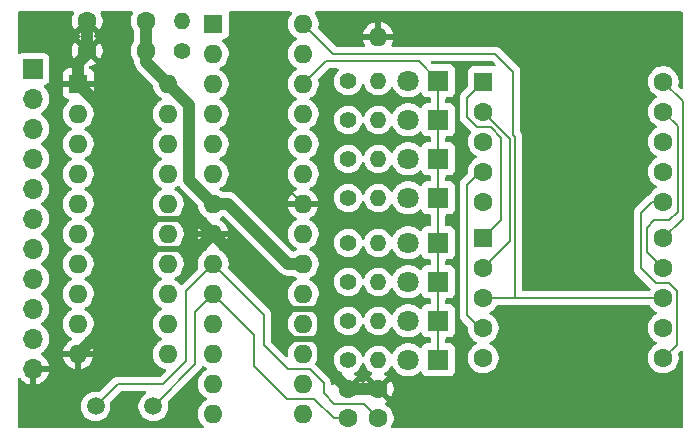
<source format=gbr>
%TF.GenerationSoftware,KiCad,Pcbnew,9.0.0*%
%TF.CreationDate,2025-06-26T09:06:52-07:00*%
%TF.ProjectId,HexDisplay,48657844-6973-4706-9c61-792e6b696361,A*%
%TF.SameCoordinates,Original*%
%TF.FileFunction,Copper,L1,Top*%
%TF.FilePolarity,Positive*%
%FSLAX46Y46*%
G04 Gerber Fmt 4.6, Leading zero omitted, Abs format (unit mm)*
G04 Created by KiCad (PCBNEW 9.0.0) date 2025-06-26 09:06:52*
%MOMM*%
%LPD*%
G01*
G04 APERTURE LIST*
%TA.AperFunction,ComponentPad*%
%ADD10O,1.600000X1.600000*%
%TD*%
%TA.AperFunction,ComponentPad*%
%ADD11C,1.400000*%
%TD*%
%TA.AperFunction,ComponentPad*%
%ADD12O,1.400000X1.400000*%
%TD*%
%TA.AperFunction,ComponentPad*%
%ADD13R,1.800000X1.800000*%
%TD*%
%TA.AperFunction,ComponentPad*%
%ADD14C,1.800000*%
%TD*%
%TA.AperFunction,ComponentPad*%
%ADD15R,1.600000X1.600000*%
%TD*%
%TA.AperFunction,ComponentPad*%
%ADD16C,1.600000*%
%TD*%
%TA.AperFunction,ComponentPad*%
%ADD17C,1.500000*%
%TD*%
%TA.AperFunction,ComponentPad*%
%ADD18R,1.700000X1.700000*%
%TD*%
%TA.AperFunction,ComponentPad*%
%ADD19O,1.700000X1.700000*%
%TD*%
%TA.AperFunction,Conductor*%
%ADD20C,0.200000*%
%TD*%
%TA.AperFunction,Conductor*%
%ADD21C,1.000000*%
%TD*%
%TA.AperFunction,Conductor*%
%ADD22C,0.500000*%
%TD*%
G04 APERTURE END LIST*
D10*
%TO.P,,22,GND*%
%TO.N,GND*%
X105410000Y-48260000D03*
%TD*%
D11*
%TO.P,R9,1*%
%TO.N,/D7*%
X102870000Y-75590400D03*
D12*
%TO.P,R9,2*%
%TO.N,Net-(D8-A)*%
X105410000Y-75590400D03*
%TD*%
D13*
%TO.P,D7,1,K*%
%TO.N,Net-(D1-K)*%
X110490000Y-72288400D03*
D14*
%TO.P,D7,2,A*%
%TO.N,Net-(D7-A)*%
X107950000Y-72288400D03*
%TD*%
D13*
%TO.P,D4,1,K*%
%TO.N,Net-(D1-K)*%
X110490000Y-61874400D03*
D14*
%TO.P,D4,2,A*%
%TO.N,Net-(D4-A)*%
X107950000Y-61874400D03*
%TD*%
D15*
%TO.P,U1,1,~{RESET}/PC6*%
%TO.N,/RES*%
X91440000Y-47142400D03*
D10*
%TO.P,U1,2,PD0*%
%TO.N,Net-(U1-PD0)*%
X91440000Y-49682400D03*
%TO.P,U1,3,PD1*%
%TO.N,Net-(U1-PD1)*%
X91440000Y-52222400D03*
%TO.P,U1,4,PD2*%
%TO.N,Net-(U1-PD2)*%
X91440000Y-54762400D03*
%TO.P,U1,5,PD3*%
%TO.N,Net-(U1-PD3)*%
X91440000Y-57302400D03*
%TO.P,U1,6,PD4*%
%TO.N,Net-(U1-PD4)*%
X91440000Y-59842400D03*
%TO.P,U1,7,VCC*%
%TO.N,+5V*%
X91440000Y-62382400D03*
%TO.P,U1,8,GND*%
%TO.N,GND*%
X91440000Y-64922400D03*
%TO.P,U1,9,XTAL1/PB6*%
%TO.N,Net-(U1-XTAL1{slash}PB6)*%
X91440000Y-67462400D03*
%TO.P,U1,10,XTAL2/PB7*%
%TO.N,Net-(U1-XTAL2{slash}PB7)*%
X91440000Y-70002400D03*
%TO.P,U1,11,PD5*%
%TO.N,Net-(U1-PD5)*%
X91440000Y-72542400D03*
%TO.P,U1,12,PD6*%
%TO.N,Net-(U1-PD6)*%
X91440000Y-75082400D03*
%TO.P,U1,13,PD7*%
%TO.N,Net-(U1-PD7)*%
X91440000Y-77622400D03*
%TO.P,U1,14,PB0*%
%TO.N,/D7*%
X91440000Y-80162400D03*
%TO.P,U1,15,PB1*%
%TO.N,/D6*%
X99060000Y-80162400D03*
%TO.P,U1,16,PB2*%
%TO.N,/D5*%
X99060000Y-77622400D03*
%TO.P,U1,17,PB3*%
%TO.N,/D4*%
X99060000Y-75082400D03*
%TO.P,U1,18,PB4*%
%TO.N,/D3*%
X99060000Y-72542400D03*
%TO.P,U1,19,PB5*%
%TO.N,/D2*%
X99060000Y-70002400D03*
%TO.P,U1,20,AVCC*%
%TO.N,+5V*%
X99060000Y-67462400D03*
%TO.P,U1,21,AREF*%
%TO.N,unconnected-(U1-AREF-Pad21)*%
X99060000Y-64922400D03*
%TO.P,U1,22,GND*%
%TO.N,GND*%
X99060000Y-62382400D03*
%TO.P,U1,23,PC0*%
%TO.N,/D1*%
X99060000Y-59842400D03*
%TO.P,U1,24,PC1*%
%TO.N,/D0*%
X99060000Y-57302400D03*
%TO.P,U1,25,PC2*%
%TO.N,Net-(J1-Pin_10)*%
X99060000Y-54762400D03*
%TO.P,U1,26,PC3*%
%TO.N,Net-(D1-K)*%
X99060000Y-52222400D03*
%TO.P,U1,27,PC4*%
%TO.N,Net-(U1-PC4)*%
X99060000Y-49682400D03*
%TO.P,U1,28,PC5*%
%TO.N,Net-(U1-PC5)*%
X99060000Y-47142400D03*
%TD*%
D13*
%TO.P,D1,1,K*%
%TO.N,Net-(D1-K)*%
X110490000Y-51968400D03*
D14*
%TO.P,D1,2,A*%
%TO.N,Net-(D1-A)*%
X107950000Y-51968400D03*
%TD*%
D16*
%TO.P,C3,1*%
%TO.N,+5V*%
X85770000Y-46922400D03*
%TO.P,C3,2*%
%TO.N,GND*%
X80770000Y-46922400D03*
%TD*%
D13*
%TO.P,D6,1,K*%
%TO.N,Net-(D1-K)*%
X110490000Y-68986400D03*
D14*
%TO.P,D6,2,A*%
%TO.N,Net-(D6-A)*%
X107950000Y-68986400D03*
%TD*%
D13*
%TO.P,D3,1,K*%
%TO.N,Net-(D1-K)*%
X110490000Y-58572400D03*
D14*
%TO.P,D3,2,A*%
%TO.N,Net-(D3-A)*%
X107950000Y-58572400D03*
%TD*%
D15*
%TO.P,U3,1,E*%
%TO.N,Net-(D5-A)*%
X114300000Y-52032400D03*
D16*
%TO.P,U3,2,D*%
%TO.N,Net-(D4-A)*%
X114300000Y-54572400D03*
%TO.P,U3,3,CC*%
%TO.N,Net-(U1-PC4)*%
X114300000Y-57112400D03*
%TO.P,U3,4,C*%
%TO.N,Net-(D3-A)*%
X114300000Y-59652400D03*
%TO.P,U3,5,DP*%
%TO.N,unconnected-(U3-DP-Pad5)*%
X114300000Y-62192400D03*
%TO.P,U3,6,B*%
%TO.N,Net-(D2-A)*%
X129540000Y-62192400D03*
%TO.P,U3,7,A*%
%TO.N,Net-(D1-A)*%
X129540000Y-59652400D03*
%TO.P,U3,8,CC*%
%TO.N,Net-(U1-PC4)*%
X129540000Y-57112400D03*
%TO.P,U3,9,F*%
%TO.N,Net-(D6-A)*%
X129540000Y-54572400D03*
%TO.P,U3,10,G*%
%TO.N,Net-(D7-A)*%
X129540000Y-52032400D03*
%TD*%
%TO.P,C1,1*%
%TO.N,GND*%
X80770000Y-49422400D03*
%TO.P,C1,2*%
%TO.N,+5V*%
X85770000Y-49422400D03*
%TD*%
D17*
%TO.P,Y1,1,1*%
%TO.N,Net-(U1-XTAL2{slash}PB7)*%
X86360000Y-79527400D03*
%TO.P,Y1,2,2*%
%TO.N,Net-(U1-XTAL1{slash}PB6)*%
X81480000Y-79527400D03*
%TD*%
D11*
%TO.P,R2,1*%
%TO.N,/D0*%
X102870000Y-51998400D03*
D12*
%TO.P,R2,2*%
%TO.N,Net-(D1-A)*%
X105410000Y-51998400D03*
%TD*%
D13*
%TO.P,D2,1,K*%
%TO.N,Net-(D1-K)*%
X110490000Y-55270400D03*
D14*
%TO.P,D2,2,A*%
%TO.N,Net-(D2-A)*%
X107950000Y-55270400D03*
%TD*%
D11*
%TO.P,R8,1*%
%TO.N,/D6*%
X102870000Y-72288400D03*
D12*
%TO.P,R8,2*%
%TO.N,Net-(D7-A)*%
X105410000Y-72288400D03*
%TD*%
D16*
%TO.P,C5,1*%
%TO.N,Net-(U1-XTAL1{slash}PB6)*%
X105410000Y-80543400D03*
%TO.P,C5,2*%
%TO.N,GND*%
X105410000Y-78043400D03*
%TD*%
D11*
%TO.P,R1,1*%
%TO.N,/RES*%
X88770000Y-49422400D03*
D12*
%TO.P,R1,2*%
%TO.N,+5V*%
X88770000Y-46882400D03*
%TD*%
D18*
%TO.P,J1,1,Pin_1*%
%TO.N,+5V*%
X76200000Y-50952400D03*
D19*
%TO.P,J1,2,Pin_2*%
%TO.N,Net-(J1-Pin_2)*%
X76200000Y-53492400D03*
%TO.P,J1,3,Pin_3*%
%TO.N,Net-(J1-Pin_3)*%
X76200000Y-56032400D03*
%TO.P,J1,4,Pin_4*%
%TO.N,Net-(J1-Pin_4)*%
X76200000Y-58572400D03*
%TO.P,J1,5,Pin_5*%
%TO.N,Net-(J1-Pin_5)*%
X76200000Y-61112400D03*
%TO.P,J1,6,Pin_6*%
%TO.N,Net-(J1-Pin_6)*%
X76200000Y-63652400D03*
%TO.P,J1,7,Pin_7*%
%TO.N,Net-(J1-Pin_7)*%
X76200000Y-66192400D03*
%TO.P,J1,8,Pin_8*%
%TO.N,Net-(J1-Pin_8)*%
X76200000Y-68732400D03*
%TO.P,J1,9,Pin_9*%
%TO.N,Net-(J1-Pin_9)*%
X76200000Y-71272400D03*
%TO.P,J1,10,Pin_10*%
%TO.N,Net-(J1-Pin_10)*%
X76200000Y-73812400D03*
%TO.P,J1,11,Pin_11*%
%TO.N,GND*%
X76200000Y-76352400D03*
%TD*%
D11*
%TO.P,R6,1*%
%TO.N,/D4*%
X102870000Y-65684400D03*
D12*
%TO.P,R6,2*%
%TO.N,Net-(D5-A)*%
X105410000Y-65684400D03*
%TD*%
D13*
%TO.P,D8,1,K*%
%TO.N,Net-(D1-K)*%
X110490000Y-75590400D03*
D14*
%TO.P,D8,2,A*%
%TO.N,Net-(D8-A)*%
X107950000Y-75590400D03*
%TD*%
D11*
%TO.P,R4,1*%
%TO.N,/D2*%
X102870000Y-58572400D03*
D12*
%TO.P,R4,2*%
%TO.N,Net-(D3-A)*%
X105410000Y-58572400D03*
%TD*%
D11*
%TO.P,R3,1*%
%TO.N,/D1*%
X102870000Y-55270400D03*
D12*
%TO.P,R3,2*%
%TO.N,Net-(D2-A)*%
X105410000Y-55270400D03*
%TD*%
D11*
%TO.P,R7,1*%
%TO.N,/D5*%
X102870000Y-68986400D03*
D12*
%TO.P,R7,2*%
%TO.N,Net-(D6-A)*%
X105410000Y-68986400D03*
%TD*%
D11*
%TO.P,R5,1*%
%TO.N,/D3*%
X102870000Y-61874400D03*
D12*
%TO.P,R5,2*%
%TO.N,Net-(D4-A)*%
X105410000Y-61874400D03*
%TD*%
D16*
%TO.P,C4,1*%
%TO.N,Net-(U1-XTAL2{slash}PB7)*%
X102870000Y-80543400D03*
%TO.P,C4,2*%
%TO.N,GND*%
X102870000Y-78043400D03*
%TD*%
D15*
%TO.P,U2,1,OE*%
%TO.N,GND*%
X80010000Y-52222400D03*
D10*
%TO.P,U2,2,D0*%
%TO.N,Net-(J1-Pin_2)*%
X80010000Y-54762400D03*
%TO.P,U2,3,D1*%
%TO.N,Net-(J1-Pin_3)*%
X80010000Y-57302400D03*
%TO.P,U2,4,D2*%
%TO.N,Net-(J1-Pin_4)*%
X80010000Y-59842400D03*
%TO.P,U2,5,D3*%
%TO.N,Net-(J1-Pin_5)*%
X80010000Y-62382400D03*
%TO.P,U2,6,D4*%
%TO.N,Net-(J1-Pin_6)*%
X80010000Y-64922400D03*
%TO.P,U2,7,D5*%
%TO.N,Net-(J1-Pin_7)*%
X80010000Y-67462400D03*
%TO.P,U2,8,D6*%
%TO.N,Net-(J1-Pin_8)*%
X80010000Y-70002400D03*
%TO.P,U2,9,D7*%
%TO.N,Net-(J1-Pin_9)*%
X80010000Y-72542400D03*
%TO.P,U2,10,GND*%
%TO.N,GND*%
X80010000Y-75082400D03*
%TO.P,U2,11,Cp*%
%TO.N,Net-(J1-Pin_10)*%
X87630000Y-75082400D03*
%TO.P,U2,12,Q7*%
%TO.N,Net-(U1-PD7)*%
X87630000Y-72542400D03*
%TO.P,U2,13,Q6*%
%TO.N,Net-(U1-PD6)*%
X87630000Y-70002400D03*
%TO.P,U2,14,Q5*%
%TO.N,Net-(U1-PD5)*%
X87630000Y-67462400D03*
%TO.P,U2,15,Q4*%
%TO.N,Net-(U1-PD4)*%
X87630000Y-64922400D03*
%TO.P,U2,16,Q3*%
%TO.N,Net-(U1-PD3)*%
X87630000Y-62382400D03*
%TO.P,U2,17,Q2*%
%TO.N,Net-(U1-PD2)*%
X87630000Y-59842400D03*
%TO.P,U2,18,Q1*%
%TO.N,Net-(U1-PD1)*%
X87630000Y-57302400D03*
%TO.P,U2,19,Q0*%
%TO.N,Net-(U1-PD0)*%
X87630000Y-54762400D03*
%TO.P,U2,20,VCC*%
%TO.N,+5V*%
X87630000Y-52222400D03*
%TD*%
D15*
%TO.P,U4,1,E*%
%TO.N,Net-(D5-A)*%
X114300000Y-65282400D03*
D16*
%TO.P,U4,2,D*%
%TO.N,Net-(D4-A)*%
X114300000Y-67822400D03*
%TO.P,U4,3,CC*%
%TO.N,Net-(U1-PC5)*%
X114300000Y-70362400D03*
%TO.P,U4,4,C*%
%TO.N,Net-(D3-A)*%
X114300000Y-72902400D03*
%TO.P,U4,5,DP*%
%TO.N,unconnected-(U4-DP-Pad5)*%
X114300000Y-75442400D03*
%TO.P,U4,6,B*%
%TO.N,Net-(D2-A)*%
X129540000Y-75442400D03*
%TO.P,U4,7,A*%
%TO.N,Net-(D1-A)*%
X129540000Y-72902400D03*
%TO.P,U4,8,CC*%
%TO.N,Net-(U1-PC5)*%
X129540000Y-70362400D03*
%TO.P,U4,9,F*%
%TO.N,Net-(D6-A)*%
X129540000Y-67822400D03*
%TO.P,U4,10,G*%
%TO.N,Net-(D7-A)*%
X129540000Y-65282400D03*
%TD*%
D13*
%TO.P,D5,1,K*%
%TO.N,Net-(D1-K)*%
X110490000Y-65684400D03*
D14*
%TO.P,D5,2,A*%
%TO.N,Net-(D5-A)*%
X107950000Y-65684400D03*
%TD*%
D20*
%TO.N,Net-(U1-PC5)*%
X116987000Y-70362400D02*
X122047000Y-70362400D01*
X116840000Y-56545300D02*
X116987000Y-56692300D01*
X115316000Y-49682400D02*
X116840000Y-51206400D01*
X101600000Y-49682400D02*
X115316000Y-49682400D01*
X116840000Y-51206400D02*
X116840000Y-56545300D01*
X116987000Y-56692300D02*
X116987000Y-70362400D01*
X99060000Y-47142400D02*
X101600000Y-49682400D01*
%TO.N,GND*%
X97028000Y-60350400D02*
X97028000Y-46278800D01*
X99060000Y-62382400D02*
X97028000Y-60350400D01*
D21*
%TO.N,+5V*%
X85770000Y-49422400D02*
X85770000Y-50362400D01*
X89408000Y-60350400D02*
X91440000Y-62382400D01*
X89408000Y-54000400D02*
X89408000Y-60350400D01*
X97790000Y-67462400D02*
X99060000Y-67462400D01*
X87630000Y-52222400D02*
X89408000Y-54000400D01*
X92710000Y-62382400D02*
X97790000Y-67462400D01*
X85770000Y-49422400D02*
X85770000Y-46922400D01*
X85770000Y-50362400D02*
X87630000Y-52222400D01*
X91440000Y-62382400D02*
X92710000Y-62382400D01*
%TO.N,GND*%
X90170000Y-66192400D02*
X89916000Y-66192400D01*
X105410000Y-78043400D02*
X102870000Y-78043400D01*
D22*
X100736400Y-71323200D02*
X100685600Y-71272400D01*
D21*
X82804000Y-66192400D02*
X82804000Y-63652400D01*
X82804000Y-63652400D02*
X86360000Y-63652400D01*
X100736400Y-73914000D02*
X100736400Y-75909800D01*
X80010000Y-75082400D02*
X82804000Y-72288400D01*
D22*
X100634800Y-73812400D02*
X100736400Y-73914000D01*
D21*
X97840800Y-73812400D02*
X97028000Y-72999600D01*
X82804000Y-55016400D02*
X80010000Y-52222400D01*
X100736400Y-75909800D02*
X102870000Y-78043400D01*
D22*
X97840800Y-73812400D02*
X100634800Y-73812400D01*
D21*
X90170000Y-63652400D02*
X91440000Y-64922400D01*
X89916000Y-66192400D02*
X89154000Y-66192400D01*
X100736400Y-71323200D02*
X100736400Y-73914000D01*
X91440000Y-64922400D02*
X90170000Y-66192400D01*
D20*
X80770000Y-49422400D02*
X80770000Y-49680400D01*
D21*
X82804000Y-72288400D02*
X82804000Y-66192400D01*
X89154000Y-63652400D02*
X90170000Y-63652400D01*
X97028000Y-70510400D02*
X91440000Y-64922400D01*
X97028000Y-72999600D02*
X97028000Y-70510400D01*
X80010000Y-50440400D02*
X80010000Y-52222400D01*
D22*
X86360000Y-66192400D02*
X89154000Y-66192400D01*
X89154000Y-63652400D02*
X86360000Y-63652400D01*
D21*
X80770000Y-49680400D02*
X80010000Y-50440400D01*
X82804000Y-66192400D02*
X86360000Y-66192400D01*
X82804000Y-63652400D02*
X82804000Y-55016400D01*
X80770000Y-46922400D02*
X80770000Y-49422400D01*
D22*
X100685600Y-71272400D02*
X97028000Y-71272400D01*
D20*
%TO.N,Net-(U1-XTAL1{slash}PB6)*%
X89154000Y-75692000D02*
X87223600Y-77622400D01*
X95656400Y-71678800D02*
X91440000Y-67462400D01*
X105410000Y-80543400D02*
X104165400Y-79298800D01*
X91440000Y-67462400D02*
X89154000Y-69748400D01*
X100787200Y-78384400D02*
X100787200Y-77520800D01*
X101701600Y-79298800D02*
X100787200Y-78384400D01*
X100787200Y-77520800D02*
X99618800Y-76352400D01*
X89154000Y-69748400D02*
X89154000Y-75692000D01*
X99618800Y-76352400D02*
X97739200Y-76352400D01*
X95707200Y-74320400D02*
X95707200Y-71678800D01*
X95707200Y-71678800D02*
X95656400Y-71678800D01*
X83385000Y-77622400D02*
X81480000Y-79527400D01*
X104165400Y-79298800D02*
X101701600Y-79298800D01*
X97739200Y-76352400D02*
X95707200Y-74320400D01*
X87223600Y-77622400D02*
X83385000Y-77622400D01*
%TO.N,Net-(U1-XTAL2{slash}PB7)*%
X91440000Y-70002400D02*
X94894400Y-73456800D01*
X99974400Y-78892400D02*
X101625400Y-80543400D01*
X89916000Y-71526400D02*
X91440000Y-70002400D01*
X86474300Y-79413100D02*
X86474300Y-79387700D01*
X101625400Y-80543400D02*
X102870000Y-80543400D01*
X86360000Y-79527400D02*
X86474300Y-79413100D01*
X86474300Y-79387700D02*
X89916000Y-75946000D01*
X94894400Y-76098400D02*
X97688400Y-78892400D01*
X97688400Y-78892400D02*
X99974400Y-78892400D01*
X94894400Y-73456800D02*
X94894400Y-76098400D01*
X89916000Y-75946000D02*
X89916000Y-71526400D01*
%TO.N,Net-(D1-K)*%
X110490000Y-68986400D02*
X110490000Y-72288400D01*
X110490000Y-61874400D02*
X110490000Y-65684400D01*
X100965000Y-50317400D02*
X99060000Y-52222400D01*
X110490000Y-72288400D02*
X110490000Y-75590400D01*
X110490000Y-51968400D02*
X108839000Y-50317400D01*
X110490000Y-55270400D02*
X110490000Y-58572400D01*
X110490000Y-51968400D02*
X110490000Y-55270400D01*
X110490000Y-65684400D02*
X110490000Y-68986400D01*
X108839000Y-50317400D02*
X100965000Y-50317400D01*
X110490000Y-58572400D02*
X110490000Y-61874400D01*
%TO.N,Net-(D2-A)*%
X129540000Y-62192400D02*
X128587000Y-62192400D01*
X130683000Y-74299400D02*
X129540000Y-75442400D01*
X128587000Y-62192400D02*
X127635000Y-63144400D01*
X130683000Y-69748400D02*
X130683000Y-74299400D01*
X127635000Y-67843400D02*
X128905000Y-69113400D01*
X128905000Y-69113400D02*
X130048000Y-69113400D01*
X127635000Y-63144400D02*
X127635000Y-67843400D01*
X130048000Y-69113400D02*
X130683000Y-69748400D01*
%TO.N,Net-(D3-A)*%
X112903000Y-60752400D02*
X112903000Y-71802400D01*
X112903000Y-71802400D02*
X114003000Y-72902400D01*
X114003000Y-59652400D02*
X112903000Y-60752400D01*
%TO.N,Net-(D4-A)*%
X116586000Y-65536400D02*
X116586000Y-56858400D01*
X116586000Y-56858400D02*
X114300000Y-54572400D01*
X114300000Y-67822400D02*
X116586000Y-65536400D01*
%TO.N,Net-(D5-A)*%
X115824000Y-56794400D02*
X114935000Y-55905400D01*
X115803000Y-63779400D02*
X115824000Y-63779400D01*
X112903000Y-53429400D02*
X114300000Y-52032400D01*
X112903000Y-55016400D02*
X112903000Y-53429400D01*
X114300000Y-65282400D02*
X115803000Y-63779400D01*
X113792000Y-55905400D02*
X112903000Y-55016400D01*
X115824000Y-63779400D02*
X115824000Y-56794400D01*
X114935000Y-55905400D02*
X113792000Y-55905400D01*
%TO.N,Net-(D6-A)*%
X130048000Y-63779400D02*
X128778000Y-63779400D01*
X130759200Y-63068200D02*
X130048000Y-63779400D01*
X128143000Y-64414400D02*
X128143000Y-66425400D01*
X128778000Y-63779400D02*
X128143000Y-64414400D01*
X128143000Y-66425400D02*
X129540000Y-67822400D01*
X129540000Y-54572400D02*
X130759200Y-55791600D01*
X130759200Y-55791600D02*
X130759200Y-63068200D01*
%TO.N,Net-(D7-A)*%
X131191000Y-63631400D02*
X129540000Y-65282400D01*
X129540000Y-52032400D02*
X131191000Y-53683400D01*
X131191000Y-53683400D02*
X131191000Y-63631400D01*
%TO.N,Net-(U1-PC5)*%
X122047000Y-70362400D02*
X129540000Y-70362400D01*
X114300000Y-70362400D02*
X122047000Y-70362400D01*
%TD*%
%TA.AperFunction,Conductor*%
%TO.N,GND*%
G36*
X79598010Y-46113185D02*
G01*
X79643765Y-46165989D01*
X79653709Y-46235147D01*
X79641456Y-46273794D01*
X79565245Y-46423365D01*
X79502009Y-46617982D01*
X79470000Y-46820082D01*
X79470000Y-47024717D01*
X79502009Y-47226817D01*
X79565244Y-47421431D01*
X79658141Y-47603750D01*
X79658147Y-47603759D01*
X79690523Y-47648321D01*
X79690524Y-47648322D01*
X80370000Y-46968846D01*
X80370000Y-46975061D01*
X80397259Y-47076794D01*
X80449920Y-47168006D01*
X80524394Y-47242480D01*
X80615606Y-47295141D01*
X80717339Y-47322400D01*
X80723553Y-47322400D01*
X80044076Y-48001874D01*
X80088650Y-48034259D01*
X80142927Y-48061915D01*
X80193723Y-48109890D01*
X80210518Y-48177711D01*
X80187981Y-48243846D01*
X80142928Y-48282884D01*
X80088648Y-48310541D01*
X80088645Y-48310543D01*
X80044077Y-48342923D01*
X80044077Y-48342924D01*
X80723554Y-49022400D01*
X80717339Y-49022400D01*
X80615606Y-49049659D01*
X80524394Y-49102320D01*
X80449920Y-49176794D01*
X80397259Y-49268006D01*
X80370000Y-49369739D01*
X80370000Y-49375953D01*
X79690524Y-48696477D01*
X79690523Y-48696477D01*
X79658143Y-48741044D01*
X79565244Y-48923368D01*
X79502009Y-49117982D01*
X79470000Y-49320082D01*
X79470000Y-49524717D01*
X79502009Y-49726817D01*
X79565244Y-49921431D01*
X79658141Y-50103750D01*
X79658147Y-50103759D01*
X79690523Y-50148321D01*
X79690524Y-50148322D01*
X80370000Y-49468846D01*
X80370000Y-49475061D01*
X80397259Y-49576794D01*
X80449920Y-49668006D01*
X80524394Y-49742480D01*
X80615606Y-49795141D01*
X80717339Y-49822400D01*
X80723553Y-49822400D01*
X80044076Y-50501874D01*
X80088650Y-50534259D01*
X80270968Y-50627155D01*
X80435049Y-50680469D01*
X80492724Y-50719907D01*
X80519922Y-50784266D01*
X80508007Y-50853112D01*
X80460763Y-50904588D01*
X80396730Y-50922400D01*
X80260000Y-50922400D01*
X80260000Y-51906714D01*
X80255606Y-51902320D01*
X80164394Y-51849659D01*
X80062661Y-51822400D01*
X79957339Y-51822400D01*
X79855606Y-51849659D01*
X79764394Y-51902320D01*
X79760000Y-51906714D01*
X79760000Y-50922400D01*
X79162155Y-50922400D01*
X79102627Y-50928801D01*
X79102620Y-50928803D01*
X78967913Y-50979045D01*
X78967906Y-50979049D01*
X78852812Y-51065209D01*
X78852809Y-51065212D01*
X78766649Y-51180306D01*
X78766645Y-51180313D01*
X78716403Y-51315020D01*
X78716401Y-51315027D01*
X78710000Y-51374555D01*
X78710000Y-51972400D01*
X79694314Y-51972400D01*
X79689920Y-51976794D01*
X79637259Y-52068006D01*
X79610000Y-52169739D01*
X79610000Y-52275061D01*
X79637259Y-52376794D01*
X79689920Y-52468006D01*
X79694314Y-52472400D01*
X78710000Y-52472400D01*
X78710000Y-53070244D01*
X78716401Y-53129772D01*
X78716403Y-53129779D01*
X78766645Y-53264486D01*
X78766649Y-53264493D01*
X78852809Y-53379587D01*
X78852812Y-53379590D01*
X78967906Y-53465750D01*
X78967913Y-53465754D01*
X79102620Y-53515996D01*
X79140043Y-53520020D01*
X79204595Y-53546758D01*
X79244443Y-53604150D01*
X79246937Y-53673976D01*
X79211285Y-53734065D01*
X79199675Y-53743627D01*
X79162789Y-53770426D01*
X79162782Y-53770432D01*
X79018028Y-53915186D01*
X78897715Y-54080786D01*
X78804781Y-54263176D01*
X78741522Y-54457865D01*
X78726259Y-54554236D01*
X78709500Y-54660048D01*
X78709500Y-54864752D01*
X78711495Y-54877349D01*
X78741522Y-55066934D01*
X78804781Y-55261623D01*
X78897715Y-55444013D01*
X79018028Y-55609613D01*
X79162786Y-55754371D01*
X79291260Y-55847711D01*
X79328390Y-55874687D01*
X79405244Y-55913846D01*
X79421080Y-55921915D01*
X79471876Y-55969890D01*
X79488671Y-56037711D01*
X79466134Y-56103846D01*
X79421080Y-56142885D01*
X79328386Y-56190115D01*
X79162786Y-56310428D01*
X79018028Y-56455186D01*
X78897715Y-56620786D01*
X78804781Y-56803176D01*
X78741522Y-56997865D01*
X78722980Y-57114939D01*
X78709500Y-57200048D01*
X78709500Y-57404752D01*
X78711495Y-57417349D01*
X78741522Y-57606934D01*
X78804781Y-57801623D01*
X78897715Y-57984013D01*
X79018028Y-58149613D01*
X79162786Y-58294371D01*
X79291260Y-58387711D01*
X79328390Y-58414687D01*
X79405244Y-58453846D01*
X79421080Y-58461915D01*
X79471876Y-58509890D01*
X79488671Y-58577711D01*
X79466134Y-58643846D01*
X79421080Y-58682885D01*
X79328386Y-58730115D01*
X79162786Y-58850428D01*
X79018028Y-58995186D01*
X78897715Y-59160786D01*
X78804781Y-59343176D01*
X78741522Y-59537865D01*
X78718227Y-59684947D01*
X78709500Y-59740048D01*
X78709500Y-59944752D01*
X78711495Y-59957349D01*
X78741522Y-60146934D01*
X78804781Y-60341623D01*
X78862151Y-60454215D01*
X78895983Y-60520615D01*
X78897715Y-60524013D01*
X79018028Y-60689613D01*
X79162786Y-60834371D01*
X79291260Y-60927711D01*
X79328390Y-60954687D01*
X79405244Y-60993846D01*
X79421080Y-61001915D01*
X79471876Y-61049890D01*
X79488671Y-61117711D01*
X79466134Y-61183846D01*
X79421080Y-61222885D01*
X79328386Y-61270115D01*
X79162786Y-61390428D01*
X79018028Y-61535186D01*
X78897715Y-61700786D01*
X78804781Y-61883176D01*
X78741522Y-62077865D01*
X78709500Y-62280048D01*
X78709500Y-62484751D01*
X78741522Y-62686934D01*
X78804781Y-62881623D01*
X78897715Y-63064013D01*
X79018028Y-63229613D01*
X79162786Y-63374371D01*
X79317749Y-63486956D01*
X79328390Y-63494687D01*
X79388552Y-63525341D01*
X79421080Y-63541915D01*
X79471876Y-63589890D01*
X79488671Y-63657711D01*
X79466134Y-63723846D01*
X79421080Y-63762885D01*
X79328386Y-63810115D01*
X79162786Y-63930428D01*
X79018028Y-64075186D01*
X78897715Y-64240786D01*
X78804781Y-64423176D01*
X78741522Y-64617865D01*
X78709500Y-64820048D01*
X78709500Y-65024751D01*
X78741522Y-65226934D01*
X78804781Y-65421623D01*
X78841899Y-65494469D01*
X78890533Y-65589919D01*
X78897715Y-65604013D01*
X79018028Y-65769613D01*
X79162786Y-65914371D01*
X79297647Y-66012351D01*
X79328390Y-66034687D01*
X79419840Y-66081283D01*
X79421080Y-66081915D01*
X79471876Y-66129890D01*
X79488671Y-66197711D01*
X79466134Y-66263846D01*
X79421080Y-66302885D01*
X79328386Y-66350115D01*
X79162786Y-66470428D01*
X79018028Y-66615186D01*
X78897715Y-66780786D01*
X78804781Y-66963176D01*
X78741522Y-67157865D01*
X78709500Y-67360048D01*
X78709500Y-67564751D01*
X78741522Y-67766934D01*
X78804781Y-67961623D01*
X78868691Y-68087053D01*
X78889012Y-68126934D01*
X78897715Y-68144013D01*
X79018028Y-68309613D01*
X79162786Y-68454371D01*
X79317749Y-68566956D01*
X79328390Y-68574687D01*
X79419840Y-68621283D01*
X79421080Y-68621915D01*
X79471876Y-68669890D01*
X79488671Y-68737711D01*
X79466134Y-68803846D01*
X79421080Y-68842885D01*
X79328386Y-68890115D01*
X79162786Y-69010428D01*
X79018028Y-69155186D01*
X78897715Y-69320786D01*
X78804781Y-69503176D01*
X78741522Y-69697865D01*
X78711496Y-69887448D01*
X78709500Y-69900048D01*
X78709500Y-70104752D01*
X78713298Y-70128731D01*
X78741522Y-70306934D01*
X78804781Y-70501623D01*
X78897715Y-70684013D01*
X79018028Y-70849613D01*
X79162786Y-70994371D01*
X79295216Y-71090585D01*
X79328390Y-71114687D01*
X79419840Y-71161283D01*
X79421080Y-71161915D01*
X79471876Y-71209890D01*
X79488671Y-71277711D01*
X79466134Y-71343846D01*
X79421080Y-71382885D01*
X79328386Y-71430115D01*
X79162786Y-71550428D01*
X79018028Y-71695186D01*
X78897715Y-71860786D01*
X78804781Y-72043176D01*
X78741522Y-72237865D01*
X78709500Y-72440048D01*
X78709500Y-72644751D01*
X78741522Y-72846934D01*
X78804781Y-73041623D01*
X78836862Y-73104584D01*
X78889012Y-73206934D01*
X78897715Y-73224013D01*
X79018028Y-73389613D01*
X79162786Y-73534371D01*
X79297435Y-73632197D01*
X79328390Y-73654687D01*
X79395533Y-73688898D01*
X79421629Y-73702195D01*
X79472425Y-73750170D01*
X79489220Y-73817991D01*
X79466682Y-73884126D01*
X79421629Y-73923165D01*
X79328650Y-73970540D01*
X79163105Y-74090817D01*
X79163104Y-74090817D01*
X79018417Y-74235504D01*
X79018417Y-74235505D01*
X78898140Y-74401050D01*
X78805244Y-74583370D01*
X78742009Y-74777986D01*
X78733391Y-74832400D01*
X79694314Y-74832400D01*
X79689920Y-74836794D01*
X79637259Y-74928006D01*
X79610000Y-75029739D01*
X79610000Y-75135061D01*
X79637259Y-75236794D01*
X79689920Y-75328006D01*
X79694314Y-75332400D01*
X78733391Y-75332400D01*
X78742009Y-75386813D01*
X78805244Y-75581429D01*
X78898140Y-75763749D01*
X79018417Y-75929294D01*
X79018417Y-75929295D01*
X79163104Y-76073982D01*
X79328650Y-76194259D01*
X79510968Y-76287154D01*
X79705578Y-76350388D01*
X79760000Y-76359007D01*
X79760000Y-75398086D01*
X79764394Y-75402480D01*
X79855606Y-75455141D01*
X79957339Y-75482400D01*
X80062661Y-75482400D01*
X80164394Y-75455141D01*
X80255606Y-75402480D01*
X80260000Y-75398086D01*
X80260000Y-76359006D01*
X80314421Y-76350388D01*
X80509031Y-76287154D01*
X80691349Y-76194259D01*
X80856894Y-76073982D01*
X80856895Y-76073982D01*
X81001582Y-75929295D01*
X81001582Y-75929294D01*
X81121859Y-75763749D01*
X81214755Y-75581429D01*
X81277990Y-75386813D01*
X81286609Y-75332400D01*
X80325686Y-75332400D01*
X80330080Y-75328006D01*
X80382741Y-75236794D01*
X80410000Y-75135061D01*
X80410000Y-75029739D01*
X80382741Y-74928006D01*
X80330080Y-74836794D01*
X80325686Y-74832400D01*
X81286609Y-74832400D01*
X81277990Y-74777986D01*
X81214755Y-74583370D01*
X81121859Y-74401050D01*
X81001582Y-74235505D01*
X81001582Y-74235504D01*
X80856895Y-74090817D01*
X80691349Y-73970540D01*
X80598370Y-73923165D01*
X80547574Y-73875190D01*
X80530779Y-73807369D01*
X80553316Y-73741235D01*
X80598370Y-73702195D01*
X80602472Y-73700105D01*
X80691610Y-73654687D01*
X80722565Y-73632197D01*
X80857213Y-73534371D01*
X80857215Y-73534368D01*
X80857219Y-73534366D01*
X81001966Y-73389619D01*
X81001968Y-73389615D01*
X81001971Y-73389613D01*
X81062375Y-73306472D01*
X81122287Y-73224010D01*
X81215220Y-73041619D01*
X81278477Y-72846934D01*
X81310500Y-72644752D01*
X81310500Y-72440048D01*
X81301446Y-72382886D01*
X81278477Y-72237865D01*
X81219586Y-72056619D01*
X81215220Y-72043181D01*
X81215218Y-72043178D01*
X81215218Y-72043176D01*
X81167336Y-71949203D01*
X81122287Y-71860790D01*
X81098150Y-71827568D01*
X81001971Y-71695186D01*
X80857213Y-71550428D01*
X80691614Y-71430115D01*
X80615268Y-71391215D01*
X80598917Y-71382883D01*
X80548123Y-71334911D01*
X80531328Y-71267090D01*
X80553865Y-71200955D01*
X80598917Y-71161916D01*
X80691610Y-71114687D01*
X80724784Y-71090585D01*
X80857213Y-70994371D01*
X80857215Y-70994368D01*
X80857219Y-70994366D01*
X81001966Y-70849619D01*
X81001968Y-70849615D01*
X81001971Y-70849613D01*
X81071445Y-70753988D01*
X81122287Y-70684010D01*
X81215220Y-70501619D01*
X81278477Y-70306934D01*
X81310500Y-70104752D01*
X81310500Y-69900048D01*
X81301695Y-69844458D01*
X81278477Y-69697865D01*
X81228960Y-69545468D01*
X81215220Y-69503181D01*
X81215218Y-69503178D01*
X81215218Y-69503176D01*
X81152295Y-69379684D01*
X81122287Y-69320790D01*
X81083846Y-69267880D01*
X81001971Y-69155186D01*
X80857213Y-69010428D01*
X80691614Y-68890115D01*
X80615268Y-68851215D01*
X80598917Y-68842883D01*
X80548123Y-68794911D01*
X80531328Y-68727090D01*
X80553865Y-68660955D01*
X80598917Y-68621916D01*
X80691610Y-68574687D01*
X80759224Y-68525563D01*
X80857213Y-68454371D01*
X80857215Y-68454368D01*
X80857219Y-68454366D01*
X81001966Y-68309619D01*
X81001968Y-68309615D01*
X81001971Y-68309613D01*
X81071445Y-68213988D01*
X81122287Y-68144010D01*
X81215220Y-67961619D01*
X81278477Y-67766934D01*
X81310500Y-67564752D01*
X81310500Y-67360048D01*
X81278477Y-67157866D01*
X81278321Y-67157387D01*
X81221431Y-66982296D01*
X81215220Y-66963181D01*
X81215218Y-66963178D01*
X81215218Y-66963176D01*
X81173964Y-66882212D01*
X81122287Y-66780790D01*
X81101837Y-66752643D01*
X81001971Y-66615186D01*
X80857213Y-66470428D01*
X80691614Y-66350115D01*
X80619943Y-66313597D01*
X80598917Y-66302883D01*
X80548123Y-66254911D01*
X80531328Y-66187090D01*
X80553865Y-66120955D01*
X80598917Y-66081916D01*
X80691610Y-66034687D01*
X80786814Y-65965518D01*
X80857213Y-65914371D01*
X80857215Y-65914368D01*
X80857219Y-65914366D01*
X81001966Y-65769619D01*
X81001968Y-65769615D01*
X81001971Y-65769613D01*
X81071445Y-65673988D01*
X81122287Y-65604010D01*
X81215220Y-65421619D01*
X81278477Y-65226934D01*
X81310500Y-65024752D01*
X81310500Y-64820048D01*
X81287830Y-64676916D01*
X81278477Y-64617865D01*
X81222192Y-64444640D01*
X81215220Y-64423181D01*
X81215218Y-64423178D01*
X81215218Y-64423176D01*
X81173144Y-64340602D01*
X81122287Y-64240790D01*
X81071447Y-64170814D01*
X81001971Y-64075186D01*
X80857213Y-63930428D01*
X80691614Y-63810115D01*
X80685006Y-63806748D01*
X80598917Y-63762883D01*
X80548123Y-63714911D01*
X80531328Y-63647090D01*
X80553865Y-63580955D01*
X80598917Y-63541916D01*
X80691610Y-63494687D01*
X80770314Y-63437506D01*
X80857213Y-63374371D01*
X80857215Y-63374368D01*
X80857219Y-63374366D01*
X81001966Y-63229619D01*
X81001968Y-63229615D01*
X81001971Y-63229613D01*
X81071445Y-63133988D01*
X81122287Y-63064010D01*
X81215027Y-62881997D01*
X81215218Y-62881623D01*
X81215218Y-62881622D01*
X81215220Y-62881619D01*
X81278477Y-62686934D01*
X81310500Y-62484752D01*
X81310500Y-62280048D01*
X81288419Y-62140638D01*
X81278477Y-62077865D01*
X81222192Y-61904640D01*
X81215220Y-61883181D01*
X81215218Y-61883178D01*
X81215218Y-61883176D01*
X81146819Y-61748937D01*
X81122287Y-61700790D01*
X81093931Y-61661761D01*
X81001971Y-61535186D01*
X80857213Y-61390428D01*
X80691614Y-61270115D01*
X80685006Y-61266748D01*
X80598917Y-61222883D01*
X80548123Y-61174911D01*
X80531328Y-61107090D01*
X80553865Y-61040955D01*
X80598917Y-61001916D01*
X80691610Y-60954687D01*
X80728740Y-60927711D01*
X80857213Y-60834371D01*
X80857215Y-60834368D01*
X80857219Y-60834366D01*
X81001966Y-60689619D01*
X81001968Y-60689615D01*
X81001971Y-60689613D01*
X81071445Y-60593988D01*
X81122287Y-60524010D01*
X81215220Y-60341619D01*
X81278477Y-60146934D01*
X81310500Y-59944752D01*
X81310500Y-59740048D01*
X81282295Y-59561970D01*
X81278477Y-59537865D01*
X81249127Y-59447537D01*
X81215220Y-59343181D01*
X81215218Y-59343178D01*
X81215218Y-59343176D01*
X81143079Y-59201597D01*
X81122287Y-59160790D01*
X81114556Y-59150149D01*
X81001971Y-58995186D01*
X80857213Y-58850428D01*
X80691614Y-58730115D01*
X80685006Y-58726748D01*
X80598917Y-58682883D01*
X80548123Y-58634911D01*
X80531328Y-58567090D01*
X80553865Y-58500955D01*
X80598917Y-58461916D01*
X80691610Y-58414687D01*
X80787501Y-58345019D01*
X80857213Y-58294371D01*
X80857215Y-58294368D01*
X80857219Y-58294366D01*
X81001966Y-58149619D01*
X81001968Y-58149615D01*
X81001971Y-58149613D01*
X81071445Y-58053988D01*
X81122287Y-57984010D01*
X81215220Y-57801619D01*
X81278477Y-57606934D01*
X81310500Y-57404752D01*
X81310500Y-57200048D01*
X81286402Y-57047900D01*
X81278477Y-56997865D01*
X81216742Y-56807865D01*
X81215220Y-56803181D01*
X81215218Y-56803178D01*
X81215218Y-56803176D01*
X81157848Y-56690583D01*
X81122287Y-56620790D01*
X81114556Y-56610149D01*
X81001971Y-56455186D01*
X80857213Y-56310428D01*
X80691614Y-56190115D01*
X80677175Y-56182758D01*
X80598917Y-56142883D01*
X80548123Y-56094911D01*
X80531328Y-56027090D01*
X80553865Y-55960955D01*
X80598917Y-55921916D01*
X80691610Y-55874687D01*
X80774772Y-55814267D01*
X80857213Y-55754371D01*
X80857215Y-55754368D01*
X80857219Y-55754366D01*
X81001966Y-55609619D01*
X81001968Y-55609615D01*
X81001971Y-55609613D01*
X81071445Y-55513988D01*
X81122287Y-55444010D01*
X81215220Y-55261619D01*
X81278477Y-55066934D01*
X81310500Y-54864752D01*
X81310500Y-54660048D01*
X81283301Y-54488324D01*
X81278477Y-54457865D01*
X81228960Y-54305468D01*
X81215220Y-54263181D01*
X81215218Y-54263178D01*
X81215218Y-54263176D01*
X81161553Y-54157854D01*
X81122287Y-54080790D01*
X81072930Y-54012855D01*
X81001971Y-53915186D01*
X80857217Y-53770432D01*
X80857212Y-53770428D01*
X80820325Y-53743628D01*
X80777659Y-53688298D01*
X80771680Y-53618685D01*
X80804286Y-53556890D01*
X80865124Y-53522533D01*
X80879956Y-53520020D01*
X80917379Y-53515996D01*
X81052086Y-53465754D01*
X81052093Y-53465750D01*
X81167187Y-53379590D01*
X81167190Y-53379587D01*
X81253350Y-53264493D01*
X81253354Y-53264486D01*
X81303596Y-53129779D01*
X81303598Y-53129772D01*
X81309999Y-53070244D01*
X81310000Y-53070227D01*
X81310000Y-52472400D01*
X80325686Y-52472400D01*
X80330080Y-52468006D01*
X80382741Y-52376794D01*
X80410000Y-52275061D01*
X80410000Y-52169739D01*
X80382741Y-52068006D01*
X80330080Y-51976794D01*
X80325686Y-51972400D01*
X81310000Y-51972400D01*
X81310000Y-51374572D01*
X81309999Y-51374555D01*
X81303598Y-51315027D01*
X81303596Y-51315020D01*
X81253354Y-51180313D01*
X81253350Y-51180306D01*
X81167190Y-51065212D01*
X81167187Y-51065209D01*
X81052093Y-50979049D01*
X81052088Y-50979046D01*
X80957508Y-50943770D01*
X80901575Y-50901898D01*
X80877158Y-50836434D01*
X80892010Y-50768161D01*
X80941415Y-50718756D01*
X80981445Y-50705115D01*
X81074417Y-50690390D01*
X81269031Y-50627155D01*
X81451349Y-50534259D01*
X81495921Y-50501874D01*
X80816447Y-49822400D01*
X80822661Y-49822400D01*
X80924394Y-49795141D01*
X81015606Y-49742480D01*
X81090080Y-49668006D01*
X81142741Y-49576794D01*
X81170000Y-49475061D01*
X81170000Y-49468847D01*
X81849474Y-50148321D01*
X81881859Y-50103749D01*
X81974755Y-49921431D01*
X82037990Y-49726817D01*
X82070000Y-49524717D01*
X82070000Y-49320082D01*
X82037990Y-49117982D01*
X81974755Y-48923368D01*
X81881859Y-48741050D01*
X81849474Y-48696477D01*
X81849474Y-48696476D01*
X81170000Y-49375951D01*
X81170000Y-49369739D01*
X81142741Y-49268006D01*
X81090080Y-49176794D01*
X81015606Y-49102320D01*
X80924394Y-49049659D01*
X80822661Y-49022400D01*
X80816446Y-49022400D01*
X81495922Y-48342924D01*
X81495921Y-48342923D01*
X81451359Y-48310547D01*
X81451350Y-48310541D01*
X81397072Y-48282885D01*
X81346276Y-48234910D01*
X81329481Y-48167089D01*
X81352018Y-48100954D01*
X81397073Y-48061915D01*
X81451346Y-48034261D01*
X81451347Y-48034261D01*
X81495921Y-48001874D01*
X80816447Y-47322400D01*
X80822661Y-47322400D01*
X80924394Y-47295141D01*
X81015606Y-47242480D01*
X81090080Y-47168006D01*
X81142741Y-47076794D01*
X81170000Y-46975061D01*
X81170000Y-46968847D01*
X81849474Y-47648321D01*
X81881859Y-47603749D01*
X81974755Y-47421431D01*
X82037990Y-47226817D01*
X82070000Y-47024717D01*
X82070000Y-46820082D01*
X82037990Y-46617982D01*
X81974754Y-46423365D01*
X81898544Y-46273794D01*
X81885648Y-46205125D01*
X81911925Y-46140385D01*
X81969031Y-46100128D01*
X82009029Y-46093500D01*
X84530411Y-46093500D01*
X84597450Y-46113185D01*
X84643205Y-46165989D01*
X84653149Y-46235147D01*
X84640896Y-46273795D01*
X84564781Y-46423176D01*
X84501522Y-46617865D01*
X84469500Y-46820048D01*
X84469500Y-47024751D01*
X84501522Y-47226934D01*
X84564781Y-47421623D01*
X84621792Y-47533511D01*
X84657713Y-47604010D01*
X84745819Y-47725277D01*
X84769298Y-47791081D01*
X84769500Y-47798161D01*
X84769500Y-48546637D01*
X84749815Y-48613676D01*
X84745818Y-48619522D01*
X84657715Y-48740786D01*
X84564781Y-48923176D01*
X84501522Y-49117865D01*
X84469500Y-49320048D01*
X84469500Y-49524751D01*
X84501522Y-49726934D01*
X84564781Y-49921623D01*
X84632501Y-50054529D01*
X84657713Y-50104010D01*
X84745819Y-50225277D01*
X84769298Y-50291081D01*
X84769500Y-50298161D01*
X84769500Y-50460943D01*
X84806474Y-50646823D01*
X84807948Y-50654233D01*
X84883364Y-50836307D01*
X84883371Y-50836320D01*
X84992860Y-51000181D01*
X84992863Y-51000185D01*
X85136537Y-51143859D01*
X85136559Y-51143879D01*
X86303281Y-52310601D01*
X86336766Y-52371924D01*
X86338073Y-52378883D01*
X86361523Y-52526935D01*
X86424781Y-52721623D01*
X86456862Y-52784584D01*
X86505865Y-52880758D01*
X86517715Y-52904013D01*
X86638028Y-53069613D01*
X86782786Y-53214371D01*
X86917435Y-53312197D01*
X86948390Y-53334687D01*
X87015533Y-53368898D01*
X87041080Y-53381915D01*
X87091876Y-53429890D01*
X87108671Y-53497711D01*
X87086134Y-53563846D01*
X87041080Y-53602885D01*
X86948386Y-53650115D01*
X86782786Y-53770428D01*
X86638028Y-53915186D01*
X86517715Y-54080786D01*
X86424781Y-54263176D01*
X86361522Y-54457865D01*
X86346259Y-54554236D01*
X86329500Y-54660048D01*
X86329500Y-54864752D01*
X86331495Y-54877349D01*
X86361522Y-55066934D01*
X86424781Y-55261623D01*
X86517715Y-55444013D01*
X86638028Y-55609613D01*
X86782786Y-55754371D01*
X86911260Y-55847711D01*
X86948390Y-55874687D01*
X87025244Y-55913846D01*
X87041080Y-55921915D01*
X87091876Y-55969890D01*
X87108671Y-56037711D01*
X87086134Y-56103846D01*
X87041080Y-56142885D01*
X86948386Y-56190115D01*
X86782786Y-56310428D01*
X86638028Y-56455186D01*
X86517715Y-56620786D01*
X86424781Y-56803176D01*
X86361522Y-56997865D01*
X86342980Y-57114939D01*
X86329500Y-57200048D01*
X86329500Y-57404752D01*
X86331495Y-57417349D01*
X86361522Y-57606934D01*
X86424781Y-57801623D01*
X86517715Y-57984013D01*
X86638028Y-58149613D01*
X86782786Y-58294371D01*
X86911260Y-58387711D01*
X86948390Y-58414687D01*
X87025244Y-58453846D01*
X87041080Y-58461915D01*
X87091876Y-58509890D01*
X87108671Y-58577711D01*
X87086134Y-58643846D01*
X87041080Y-58682885D01*
X86948386Y-58730115D01*
X86782786Y-58850428D01*
X86638028Y-58995186D01*
X86517715Y-59160786D01*
X86424781Y-59343176D01*
X86361522Y-59537865D01*
X86338227Y-59684947D01*
X86329500Y-59740048D01*
X86329500Y-59944752D01*
X86331495Y-59957349D01*
X86361522Y-60146934D01*
X86424781Y-60341623D01*
X86482151Y-60454215D01*
X86515983Y-60520615D01*
X86517715Y-60524013D01*
X86638028Y-60689613D01*
X86782786Y-60834371D01*
X86911260Y-60927711D01*
X86948390Y-60954687D01*
X87025244Y-60993846D01*
X87041080Y-61001915D01*
X87091876Y-61049890D01*
X87108671Y-61117711D01*
X87086134Y-61183846D01*
X87041080Y-61222885D01*
X86948386Y-61270115D01*
X86782786Y-61390428D01*
X86638028Y-61535186D01*
X86517715Y-61700786D01*
X86424781Y-61883176D01*
X86361522Y-62077865D01*
X86329500Y-62280048D01*
X86329500Y-62484751D01*
X86361522Y-62686934D01*
X86424781Y-62881623D01*
X86517715Y-63064013D01*
X86638028Y-63229613D01*
X86782786Y-63374371D01*
X86937749Y-63486956D01*
X86948390Y-63494687D01*
X87008552Y-63525341D01*
X87041080Y-63541915D01*
X87091876Y-63589890D01*
X87108671Y-63657711D01*
X87086134Y-63723846D01*
X87041080Y-63762885D01*
X86948386Y-63810115D01*
X86782786Y-63930428D01*
X86638028Y-64075186D01*
X86517715Y-64240786D01*
X86424781Y-64423176D01*
X86361522Y-64617865D01*
X86329500Y-64820048D01*
X86329500Y-65024751D01*
X86361522Y-65226934D01*
X86424781Y-65421623D01*
X86461899Y-65494469D01*
X86510533Y-65589919D01*
X86517715Y-65604013D01*
X86638028Y-65769613D01*
X86782786Y-65914371D01*
X86917647Y-66012351D01*
X86948390Y-66034687D01*
X87039840Y-66081283D01*
X87041080Y-66081915D01*
X87091876Y-66129890D01*
X87108671Y-66197711D01*
X87086134Y-66263846D01*
X87041080Y-66302885D01*
X86948386Y-66350115D01*
X86782786Y-66470428D01*
X86638028Y-66615186D01*
X86517715Y-66780786D01*
X86424781Y-66963176D01*
X86361522Y-67157865D01*
X86329500Y-67360048D01*
X86329500Y-67564751D01*
X86361522Y-67766934D01*
X86424781Y-67961623D01*
X86488691Y-68087053D01*
X86509012Y-68126934D01*
X86517715Y-68144013D01*
X86638028Y-68309613D01*
X86782786Y-68454371D01*
X86937749Y-68566956D01*
X86948390Y-68574687D01*
X87039840Y-68621283D01*
X87041080Y-68621915D01*
X87091876Y-68669890D01*
X87108671Y-68737711D01*
X87086134Y-68803846D01*
X87041080Y-68842885D01*
X86948386Y-68890115D01*
X86782786Y-69010428D01*
X86638028Y-69155186D01*
X86517715Y-69320786D01*
X86424781Y-69503176D01*
X86361522Y-69697865D01*
X86331496Y-69887448D01*
X86329500Y-69900048D01*
X86329500Y-70104752D01*
X86333298Y-70128731D01*
X86361522Y-70306934D01*
X86424781Y-70501623D01*
X86517715Y-70684013D01*
X86638028Y-70849613D01*
X86782786Y-70994371D01*
X86915216Y-71090585D01*
X86948390Y-71114687D01*
X87039840Y-71161283D01*
X87041080Y-71161915D01*
X87091876Y-71209890D01*
X87108671Y-71277711D01*
X87086134Y-71343846D01*
X87041080Y-71382885D01*
X86948386Y-71430115D01*
X86782786Y-71550428D01*
X86638028Y-71695186D01*
X86517715Y-71860786D01*
X86424781Y-72043176D01*
X86361522Y-72237865D01*
X86329500Y-72440048D01*
X86329500Y-72644751D01*
X86361522Y-72846934D01*
X86424781Y-73041623D01*
X86456862Y-73104584D01*
X86509012Y-73206934D01*
X86517715Y-73224013D01*
X86638028Y-73389613D01*
X86782786Y-73534371D01*
X86917435Y-73632197D01*
X86948390Y-73654687D01*
X87015533Y-73688898D01*
X87041080Y-73701915D01*
X87091876Y-73749890D01*
X87108671Y-73817711D01*
X87086134Y-73883846D01*
X87041080Y-73922885D01*
X86948386Y-73970115D01*
X86782786Y-74090428D01*
X86638028Y-74235186D01*
X86517715Y-74400786D01*
X86424781Y-74583176D01*
X86361522Y-74777865D01*
X86329500Y-74980048D01*
X86329500Y-75184751D01*
X86361522Y-75386934D01*
X86424781Y-75581623D01*
X86463348Y-75657313D01*
X86509012Y-75746934D01*
X86517715Y-75764013D01*
X86638028Y-75929613D01*
X86782786Y-76074371D01*
X86924675Y-76177457D01*
X86948390Y-76194687D01*
X87041080Y-76241915D01*
X87130776Y-76287618D01*
X87130778Y-76287618D01*
X87130781Y-76287620D01*
X87325466Y-76350877D01*
X87361711Y-76356617D01*
X87424843Y-76386545D01*
X87461775Y-76445856D01*
X87460779Y-76515718D01*
X87429993Y-76566771D01*
X87011184Y-76985581D01*
X86949861Y-77019066D01*
X86923503Y-77021900D01*
X83471669Y-77021900D01*
X83471653Y-77021899D01*
X83464057Y-77021899D01*
X83305943Y-77021899D01*
X83198587Y-77050665D01*
X83153210Y-77062824D01*
X83153209Y-77062825D01*
X83103096Y-77091759D01*
X83103095Y-77091760D01*
X83063251Y-77114764D01*
X83016285Y-77141879D01*
X83016282Y-77141881D01*
X82904478Y-77253686D01*
X81884532Y-78273631D01*
X81823209Y-78307116D01*
X81777453Y-78308423D01*
X81578422Y-78276900D01*
X81578417Y-78276900D01*
X81381583Y-78276900D01*
X81381578Y-78276900D01*
X81187173Y-78307690D01*
X80999970Y-78368517D01*
X80824594Y-78457876D01*
X80733741Y-78523885D01*
X80665354Y-78573572D01*
X80665352Y-78573574D01*
X80665351Y-78573574D01*
X80526174Y-78712751D01*
X80526174Y-78712752D01*
X80526172Y-78712754D01*
X80485073Y-78769322D01*
X80410476Y-78871994D01*
X80321117Y-79047370D01*
X80260290Y-79234573D01*
X80229500Y-79428977D01*
X80229500Y-79625822D01*
X80260290Y-79820226D01*
X80321117Y-80007429D01*
X80394927Y-80152288D01*
X80410476Y-80182805D01*
X80526172Y-80342046D01*
X80665354Y-80481228D01*
X80824595Y-80596924D01*
X80907455Y-80639143D01*
X80999970Y-80686282D01*
X80999972Y-80686282D01*
X80999975Y-80686284D01*
X81100317Y-80718887D01*
X81187173Y-80747109D01*
X81381578Y-80777900D01*
X81381583Y-80777900D01*
X81578422Y-80777900D01*
X81772826Y-80747109D01*
X81960025Y-80686284D01*
X82135405Y-80596924D01*
X82294646Y-80481228D01*
X82433828Y-80342046D01*
X82549524Y-80182805D01*
X82638884Y-80007425D01*
X82699709Y-79820226D01*
X82719356Y-79696181D01*
X82730500Y-79625822D01*
X82730500Y-79428978D01*
X82716118Y-79338180D01*
X82699709Y-79234574D01*
X82699707Y-79234568D01*
X82698975Y-79229946D01*
X82707929Y-79160652D01*
X82733764Y-79122869D01*
X83597416Y-78259219D01*
X83658739Y-78225734D01*
X83685097Y-78222900D01*
X85649264Y-78222900D01*
X85716303Y-78242585D01*
X85762058Y-78295389D01*
X85772002Y-78364547D01*
X85742977Y-78428103D01*
X85708564Y-78455032D01*
X85708747Y-78455331D01*
X85706146Y-78456924D01*
X85705558Y-78457385D01*
X85704596Y-78457874D01*
X85593195Y-78538813D01*
X85545354Y-78573572D01*
X85545352Y-78573574D01*
X85545351Y-78573574D01*
X85406174Y-78712751D01*
X85406174Y-78712752D01*
X85406172Y-78712754D01*
X85365073Y-78769322D01*
X85290476Y-78871994D01*
X85201117Y-79047370D01*
X85140290Y-79234573D01*
X85109500Y-79428977D01*
X85109500Y-79625822D01*
X85140290Y-79820226D01*
X85201117Y-80007429D01*
X85274927Y-80152288D01*
X85290476Y-80182805D01*
X85406172Y-80342046D01*
X85545354Y-80481228D01*
X85704595Y-80596924D01*
X85787455Y-80639143D01*
X85879970Y-80686282D01*
X85879972Y-80686282D01*
X85879975Y-80686284D01*
X85980317Y-80718887D01*
X86067173Y-80747109D01*
X86261578Y-80777900D01*
X86261583Y-80777900D01*
X86458422Y-80777900D01*
X86652826Y-80747109D01*
X86840025Y-80686284D01*
X87015405Y-80596924D01*
X87174646Y-80481228D01*
X87313828Y-80342046D01*
X87429524Y-80182805D01*
X87518884Y-80007425D01*
X87579709Y-79820226D01*
X87599356Y-79696181D01*
X87610500Y-79625822D01*
X87610500Y-79428977D01*
X87579710Y-79234579D01*
X87579709Y-79234577D01*
X87579709Y-79234574D01*
X87577918Y-79229064D01*
X87575922Y-79159227D01*
X87608166Y-79103067D01*
X90274506Y-76436728D01*
X90274511Y-76436724D01*
X90284714Y-76426520D01*
X90284716Y-76426520D01*
X90396520Y-76314716D01*
X90451435Y-76219599D01*
X90475577Y-76177785D01*
X90476401Y-76174708D01*
X90481637Y-76165302D01*
X90501649Y-76145610D01*
X90519266Y-76123750D01*
X90526217Y-76121436D01*
X90531440Y-76116298D01*
X90558923Y-76110551D01*
X90585561Y-76101686D01*
X90592658Y-76103497D01*
X90599831Y-76101998D01*
X90626057Y-76112022D01*
X90653260Y-76118966D01*
X90662870Y-76125289D01*
X90734675Y-76177457D01*
X90758390Y-76194687D01*
X90849840Y-76241283D01*
X90851080Y-76241915D01*
X90901876Y-76289890D01*
X90918671Y-76357711D01*
X90896134Y-76423846D01*
X90851080Y-76462885D01*
X90758386Y-76510115D01*
X90592786Y-76630428D01*
X90448028Y-76775186D01*
X90327715Y-76940786D01*
X90234781Y-77123176D01*
X90171522Y-77317865D01*
X90151902Y-77441743D01*
X90139500Y-77520048D01*
X90139500Y-77724752D01*
X90141733Y-77738848D01*
X90171522Y-77926934D01*
X90234781Y-78121623D01*
X90273593Y-78197794D01*
X90323320Y-78295389D01*
X90327715Y-78304013D01*
X90448028Y-78469613D01*
X90592786Y-78614371D01*
X90744711Y-78724749D01*
X90758390Y-78734687D01*
X90826363Y-78769321D01*
X90851080Y-78781915D01*
X90901876Y-78829890D01*
X90918671Y-78897711D01*
X90896134Y-78963846D01*
X90851080Y-79002885D01*
X90758386Y-79050115D01*
X90592786Y-79170428D01*
X90448028Y-79315186D01*
X90327715Y-79480786D01*
X90234781Y-79663176D01*
X90171522Y-79857865D01*
X90139500Y-80060048D01*
X90139500Y-80264751D01*
X90171522Y-80466934D01*
X90234781Y-80661623D01*
X90327715Y-80844013D01*
X90448028Y-81009613D01*
X90448034Y-81009619D01*
X90592781Y-81154366D01*
X90611796Y-81168181D01*
X90654462Y-81223511D01*
X90660441Y-81293124D01*
X90627836Y-81354920D01*
X90566997Y-81389277D01*
X90538911Y-81392500D01*
X75021100Y-81392500D01*
X74954061Y-81372815D01*
X74908306Y-81320011D01*
X74897100Y-81268500D01*
X74897100Y-77237502D01*
X74916785Y-77170463D01*
X74969589Y-77124708D01*
X75038747Y-77114764D01*
X75102303Y-77143789D01*
X75121418Y-77164617D01*
X75170272Y-77231859D01*
X75170276Y-77231864D01*
X75320535Y-77382123D01*
X75320540Y-77382127D01*
X75492442Y-77507020D01*
X75681782Y-77603495D01*
X75883871Y-77669157D01*
X75950000Y-77679631D01*
X75950000Y-76785412D01*
X76007007Y-76818325D01*
X76134174Y-76852400D01*
X76265826Y-76852400D01*
X76392993Y-76818325D01*
X76450000Y-76785412D01*
X76450000Y-77679630D01*
X76516126Y-77669157D01*
X76516129Y-77669157D01*
X76718217Y-77603495D01*
X76907557Y-77507020D01*
X77079459Y-77382127D01*
X77079464Y-77382123D01*
X77229723Y-77231864D01*
X77229727Y-77231859D01*
X77354620Y-77059957D01*
X77451095Y-76870617D01*
X77516757Y-76668529D01*
X77516757Y-76668526D01*
X77527231Y-76602400D01*
X76633012Y-76602400D01*
X76665925Y-76545393D01*
X76700000Y-76418226D01*
X76700000Y-76286574D01*
X76665925Y-76159407D01*
X76633012Y-76102400D01*
X77527231Y-76102400D01*
X77516757Y-76036273D01*
X77516757Y-76036270D01*
X77451095Y-75834182D01*
X77354620Y-75644842D01*
X77229727Y-75472940D01*
X77229723Y-75472935D01*
X77079464Y-75322676D01*
X77079459Y-75322672D01*
X76907555Y-75197777D01*
X76898500Y-75193163D01*
X76847706Y-75145188D01*
X76830912Y-75077366D01*
X76853451Y-75011232D01*
X76898508Y-74972193D01*
X76907816Y-74967451D01*
X76987007Y-74909915D01*
X77079786Y-74842509D01*
X77079788Y-74842506D01*
X77079792Y-74842504D01*
X77230104Y-74692192D01*
X77230106Y-74692188D01*
X77230109Y-74692186D01*
X77353640Y-74522158D01*
X77355051Y-74520216D01*
X77451557Y-74330812D01*
X77517246Y-74128643D01*
X77550500Y-73918687D01*
X77550500Y-73706113D01*
X77517246Y-73496157D01*
X77451557Y-73293988D01*
X77355051Y-73104584D01*
X77355049Y-73104581D01*
X77355048Y-73104579D01*
X77230109Y-72932613D01*
X77079786Y-72782290D01*
X76907820Y-72657351D01*
X76907115Y-72656991D01*
X76899054Y-72652885D01*
X76848259Y-72604912D01*
X76831463Y-72537092D01*
X76853999Y-72470956D01*
X76899054Y-72431915D01*
X76907816Y-72427451D01*
X76995403Y-72363816D01*
X77079786Y-72302509D01*
X77079788Y-72302506D01*
X77079792Y-72302504D01*
X77230104Y-72152192D01*
X77230106Y-72152188D01*
X77230109Y-72152186D01*
X77355048Y-71980220D01*
X77355047Y-71980220D01*
X77355051Y-71980216D01*
X77451557Y-71790812D01*
X77517246Y-71588643D01*
X77550500Y-71378687D01*
X77550500Y-71166113D01*
X77517246Y-70956157D01*
X77451557Y-70753988D01*
X77355051Y-70564584D01*
X77355049Y-70564581D01*
X77355048Y-70564579D01*
X77230109Y-70392613D01*
X77079786Y-70242290D01*
X76907820Y-70117351D01*
X76907115Y-70116991D01*
X76899054Y-70112885D01*
X76848259Y-70064912D01*
X76831463Y-69997092D01*
X76853999Y-69930956D01*
X76899054Y-69891915D01*
X76907816Y-69887451D01*
X76966991Y-69844458D01*
X77079786Y-69762509D01*
X77079788Y-69762506D01*
X77079792Y-69762504D01*
X77230104Y-69612192D01*
X77230106Y-69612188D01*
X77230109Y-69612186D01*
X77355048Y-69440220D01*
X77355047Y-69440220D01*
X77355051Y-69440216D01*
X77451557Y-69250812D01*
X77517246Y-69048643D01*
X77550500Y-68838687D01*
X77550500Y-68626113D01*
X77517246Y-68416157D01*
X77451557Y-68213988D01*
X77355051Y-68024584D01*
X77355049Y-68024581D01*
X77355048Y-68024579D01*
X77230109Y-67852613D01*
X77079786Y-67702290D01*
X76907820Y-67577351D01*
X76902605Y-67574694D01*
X76899054Y-67572885D01*
X76848259Y-67524912D01*
X76831463Y-67457092D01*
X76853999Y-67390956D01*
X76899054Y-67351915D01*
X76907816Y-67347451D01*
X76941228Y-67323176D01*
X77079786Y-67222509D01*
X77079788Y-67222506D01*
X77079792Y-67222504D01*
X77230104Y-67072192D01*
X77230106Y-67072188D01*
X77230109Y-67072186D01*
X77355048Y-66900220D01*
X77355047Y-66900220D01*
X77355051Y-66900216D01*
X77451557Y-66710812D01*
X77517246Y-66508643D01*
X77550500Y-66298687D01*
X77550500Y-66086113D01*
X77517246Y-65876157D01*
X77451557Y-65673988D01*
X77355051Y-65484584D01*
X77355049Y-65484581D01*
X77355048Y-65484579D01*
X77230109Y-65312613D01*
X77079786Y-65162290D01*
X76907820Y-65037351D01*
X76907115Y-65036991D01*
X76899054Y-65032885D01*
X76848259Y-64984912D01*
X76831463Y-64917092D01*
X76853999Y-64850956D01*
X76899054Y-64811915D01*
X76907816Y-64807451D01*
X76964799Y-64766051D01*
X77079786Y-64682509D01*
X77079788Y-64682506D01*
X77079792Y-64682504D01*
X77230104Y-64532192D01*
X77230106Y-64532188D01*
X77230109Y-64532186D01*
X77355048Y-64360220D01*
X77355047Y-64360220D01*
X77355051Y-64360216D01*
X77451557Y-64170812D01*
X77517246Y-63968643D01*
X77550500Y-63758687D01*
X77550500Y-63546113D01*
X77517246Y-63336157D01*
X77451557Y-63133988D01*
X77355051Y-62944584D01*
X77355049Y-62944581D01*
X77355048Y-62944579D01*
X77230109Y-62772613D01*
X77079786Y-62622290D01*
X76907820Y-62497351D01*
X76907115Y-62496991D01*
X76899054Y-62492885D01*
X76848259Y-62444912D01*
X76831463Y-62377092D01*
X76853999Y-62310956D01*
X76899054Y-62271915D01*
X76907816Y-62267451D01*
X76997419Y-62202351D01*
X77079786Y-62142509D01*
X77079788Y-62142506D01*
X77079792Y-62142504D01*
X77230104Y-61992192D01*
X77230106Y-61992188D01*
X77230109Y-61992186D01*
X77355048Y-61820220D01*
X77355047Y-61820220D01*
X77355051Y-61820216D01*
X77451557Y-61630812D01*
X77517246Y-61428643D01*
X77550500Y-61218687D01*
X77550500Y-61006113D01*
X77517246Y-60796157D01*
X77451557Y-60593988D01*
X77355051Y-60404584D01*
X77355049Y-60404581D01*
X77355048Y-60404579D01*
X77230109Y-60232613D01*
X77079786Y-60082290D01*
X76907820Y-59957351D01*
X76907002Y-59956934D01*
X76899054Y-59952885D01*
X76848259Y-59904912D01*
X76831463Y-59837092D01*
X76853999Y-59770956D01*
X76899054Y-59731915D01*
X76907816Y-59727451D01*
X76966321Y-59684945D01*
X77079786Y-59602509D01*
X77079788Y-59602506D01*
X77079792Y-59602504D01*
X77230104Y-59452192D01*
X77230106Y-59452188D01*
X77230109Y-59452186D01*
X77355048Y-59280220D01*
X77355047Y-59280220D01*
X77355051Y-59280216D01*
X77451557Y-59090812D01*
X77517246Y-58888643D01*
X77550500Y-58678687D01*
X77550500Y-58466113D01*
X77517246Y-58256157D01*
X77451557Y-58053988D01*
X77355051Y-57864584D01*
X77355049Y-57864581D01*
X77355048Y-57864579D01*
X77230109Y-57692613D01*
X77079786Y-57542290D01*
X76907820Y-57417351D01*
X76907002Y-57416934D01*
X76899054Y-57412885D01*
X76848259Y-57364912D01*
X76831463Y-57297092D01*
X76853999Y-57230956D01*
X76899054Y-57191915D01*
X76907816Y-57187451D01*
X77028994Y-57099411D01*
X77079786Y-57062509D01*
X77079788Y-57062506D01*
X77079792Y-57062504D01*
X77230104Y-56912192D01*
X77230106Y-56912188D01*
X77230109Y-56912186D01*
X77355048Y-56740220D01*
X77355047Y-56740220D01*
X77355051Y-56740216D01*
X77451557Y-56550812D01*
X77517246Y-56348643D01*
X77550500Y-56138687D01*
X77550500Y-55926113D01*
X77517246Y-55716157D01*
X77451557Y-55513988D01*
X77355051Y-55324584D01*
X77355049Y-55324581D01*
X77355048Y-55324579D01*
X77230109Y-55152613D01*
X77079786Y-55002290D01*
X76907820Y-54877351D01*
X76906994Y-54876930D01*
X76899054Y-54872885D01*
X76896293Y-54870276D01*
X76892609Y-54869356D01*
X76871100Y-54846483D01*
X76848259Y-54824912D01*
X76847345Y-54821223D01*
X76844744Y-54818457D01*
X76839014Y-54787582D01*
X76831463Y-54757092D01*
X76832688Y-54753496D01*
X76831995Y-54749761D01*
X76843868Y-54720684D01*
X76853999Y-54690956D01*
X76857391Y-54687570D01*
X76858410Y-54685077D01*
X76866528Y-54678453D01*
X76884121Y-54660898D01*
X76891268Y-54655882D01*
X76907816Y-54647451D01*
X77036097Y-54554249D01*
X77036117Y-54554236D01*
X77079785Y-54522509D01*
X77079783Y-54522509D01*
X77079792Y-54522504D01*
X77230104Y-54372192D01*
X77230106Y-54372188D01*
X77230109Y-54372186D01*
X77353640Y-54202158D01*
X77355051Y-54200216D01*
X77451557Y-54010812D01*
X77517246Y-53808643D01*
X77550500Y-53598687D01*
X77550500Y-53386113D01*
X77517246Y-53176157D01*
X77451557Y-52973988D01*
X77355051Y-52784584D01*
X77355049Y-52784581D01*
X77355048Y-52784579D01*
X77230109Y-52612613D01*
X77116569Y-52499073D01*
X77083084Y-52437750D01*
X77088068Y-52368058D01*
X77129940Y-52312125D01*
X77160915Y-52295210D01*
X77292331Y-52246196D01*
X77407546Y-52159946D01*
X77493796Y-52044731D01*
X77544091Y-51909883D01*
X77550500Y-51850273D01*
X77550499Y-50952400D01*
X77550499Y-50454615D01*
X77550499Y-50054529D01*
X77550498Y-50054523D01*
X77544091Y-49994916D01*
X77493797Y-49860071D01*
X77493793Y-49860064D01*
X77407547Y-49744855D01*
X77407544Y-49744852D01*
X77292335Y-49658606D01*
X77292328Y-49658602D01*
X77157482Y-49608308D01*
X77157483Y-49608308D01*
X77097883Y-49601901D01*
X77097881Y-49601900D01*
X77097873Y-49601900D01*
X77097864Y-49601900D01*
X75302129Y-49601900D01*
X75302123Y-49601901D01*
X75242516Y-49608308D01*
X75107671Y-49658602D01*
X75107669Y-49658603D01*
X75095410Y-49667781D01*
X75029945Y-49692197D01*
X74961672Y-49677345D01*
X74912267Y-49627939D01*
X74897100Y-49568513D01*
X74897100Y-46217500D01*
X74916785Y-46150461D01*
X74969589Y-46104706D01*
X75021100Y-46093500D01*
X79530971Y-46093500D01*
X79598010Y-46113185D01*
G37*
%TD.AperFunction*%
%TA.AperFunction,Conductor*%
G36*
X115082942Y-50302585D02*
G01*
X115103584Y-50319219D01*
X115312099Y-50527734D01*
X115345584Y-50589057D01*
X115340600Y-50658749D01*
X115298728Y-50714682D01*
X115233264Y-50739099D01*
X115211164Y-50738705D01*
X115207484Y-50738309D01*
X115207483Y-50738309D01*
X115147873Y-50731900D01*
X115147865Y-50731900D01*
X113452129Y-50731900D01*
X113452123Y-50731901D01*
X113392516Y-50738308D01*
X113257671Y-50788602D01*
X113257664Y-50788606D01*
X113142455Y-50874852D01*
X113142452Y-50874855D01*
X113056206Y-50990064D01*
X113056202Y-50990071D01*
X113005908Y-51124917D01*
X113003872Y-51143859D01*
X112999501Y-51184525D01*
X112999500Y-51184535D01*
X112999500Y-52432302D01*
X112979815Y-52499341D01*
X112963181Y-52519983D01*
X112422481Y-53060682D01*
X112422479Y-53060684D01*
X112397231Y-53104415D01*
X112386560Y-53122900D01*
X112343423Y-53197615D01*
X112302499Y-53350343D01*
X112302499Y-53350345D01*
X112302499Y-53518446D01*
X112302500Y-53518459D01*
X112302500Y-54929730D01*
X112302499Y-54929748D01*
X112302499Y-55095454D01*
X112302498Y-55095454D01*
X112343423Y-55248185D01*
X112372358Y-55298300D01*
X112372359Y-55298304D01*
X112372360Y-55298304D01*
X112410800Y-55364886D01*
X112422479Y-55385114D01*
X112422481Y-55385117D01*
X112541349Y-55503985D01*
X112541355Y-55503990D01*
X113230837Y-56193472D01*
X113264322Y-56254795D01*
X113259338Y-56324487D01*
X113243476Y-56354036D01*
X113187712Y-56430791D01*
X113094781Y-56613176D01*
X113031522Y-56807865D01*
X112999500Y-57010048D01*
X112999500Y-57214751D01*
X113031522Y-57416934D01*
X113094781Y-57611623D01*
X113136049Y-57692614D01*
X113185836Y-57790327D01*
X113187715Y-57794013D01*
X113308028Y-57959613D01*
X113452786Y-58104371D01*
X113600933Y-58212004D01*
X113618390Y-58224687D01*
X113709840Y-58271283D01*
X113711080Y-58271915D01*
X113761876Y-58319890D01*
X113778671Y-58387711D01*
X113756134Y-58453846D01*
X113711080Y-58492885D01*
X113618386Y-58540115D01*
X113452786Y-58660428D01*
X113308028Y-58805186D01*
X113187715Y-58970786D01*
X113094781Y-59153176D01*
X113031522Y-59347865D01*
X112999500Y-59550048D01*
X112999500Y-59755302D01*
X112979815Y-59822341D01*
X112963181Y-59842983D01*
X112422481Y-60383682D01*
X112422479Y-60383685D01*
X112372361Y-60470494D01*
X112372359Y-60470496D01*
X112343425Y-60520609D01*
X112343424Y-60520610D01*
X112343423Y-60520615D01*
X112302499Y-60673343D01*
X112302499Y-60673345D01*
X112302499Y-60841446D01*
X112302500Y-60841459D01*
X112302500Y-71715730D01*
X112302499Y-71715748D01*
X112302499Y-71881454D01*
X112302498Y-71881454D01*
X112302499Y-71881457D01*
X112343423Y-72034185D01*
X112343424Y-72034187D01*
X112343423Y-72034187D01*
X112356374Y-72056617D01*
X112356375Y-72056619D01*
X112422475Y-72171109D01*
X112422481Y-72171117D01*
X112541349Y-72289985D01*
X112541355Y-72289990D01*
X112963181Y-72711816D01*
X112996666Y-72773139D01*
X112999500Y-72799497D01*
X112999500Y-73004751D01*
X113031522Y-73206934D01*
X113094781Y-73401623D01*
X113142951Y-73496160D01*
X113168318Y-73545946D01*
X113187715Y-73584013D01*
X113308028Y-73749613D01*
X113452786Y-73894371D01*
X113557041Y-73970115D01*
X113618390Y-74014687D01*
X113709840Y-74061283D01*
X113711080Y-74061915D01*
X113761876Y-74109890D01*
X113778671Y-74177711D01*
X113756134Y-74243846D01*
X113711080Y-74282885D01*
X113618386Y-74330115D01*
X113452786Y-74450428D01*
X113308028Y-74595186D01*
X113187715Y-74760786D01*
X113094781Y-74943176D01*
X113031522Y-75137865D01*
X112999500Y-75340048D01*
X112999500Y-75544751D01*
X113031522Y-75746934D01*
X113094781Y-75941623D01*
X113150631Y-76051232D01*
X113186401Y-76121436D01*
X113187715Y-76124013D01*
X113308028Y-76289613D01*
X113452786Y-76434371D01*
X113595798Y-76538273D01*
X113618390Y-76554687D01*
X113679826Y-76585990D01*
X113800776Y-76647618D01*
X113800778Y-76647618D01*
X113800781Y-76647620D01*
X113905137Y-76681527D01*
X113995465Y-76710877D01*
X114060111Y-76721116D01*
X114197648Y-76742900D01*
X114197649Y-76742900D01*
X114402351Y-76742900D01*
X114402352Y-76742900D01*
X114604534Y-76710877D01*
X114799219Y-76647620D01*
X114981610Y-76554687D01*
X115107966Y-76462885D01*
X115147213Y-76434371D01*
X115147215Y-76434368D01*
X115147219Y-76434366D01*
X115291966Y-76289619D01*
X115291968Y-76289615D01*
X115291971Y-76289613D01*
X115344732Y-76216990D01*
X115412287Y-76124010D01*
X115505220Y-75941619D01*
X115568477Y-75746934D01*
X115600500Y-75544752D01*
X115600500Y-75340048D01*
X115573411Y-75169016D01*
X115568477Y-75137865D01*
X115517199Y-74980048D01*
X115505220Y-74943181D01*
X115505218Y-74943178D01*
X115505218Y-74943176D01*
X115463136Y-74860586D01*
X115412287Y-74760790D01*
X115404556Y-74750149D01*
X115291971Y-74595186D01*
X115147213Y-74450428D01*
X114981614Y-74330115D01*
X114975006Y-74326748D01*
X114888917Y-74282883D01*
X114838123Y-74234911D01*
X114821328Y-74167090D01*
X114843865Y-74100955D01*
X114888917Y-74061916D01*
X114981610Y-74014687D01*
X115042959Y-73970115D01*
X115147213Y-73894371D01*
X115147215Y-73894368D01*
X115147219Y-73894366D01*
X115291966Y-73749619D01*
X115291968Y-73749615D01*
X115291971Y-73749613D01*
X115350382Y-73669216D01*
X115412287Y-73584010D01*
X115505220Y-73401619D01*
X115568477Y-73206934D01*
X115600500Y-73004752D01*
X115600500Y-72800048D01*
X115577898Y-72657349D01*
X115568477Y-72597865D01*
X115539127Y-72507537D01*
X115505220Y-72403181D01*
X115505218Y-72403178D01*
X115505218Y-72403176D01*
X115447546Y-72289990D01*
X115412287Y-72220790D01*
X115376192Y-72171109D01*
X115291971Y-72055186D01*
X115147213Y-71910428D01*
X114981614Y-71790115D01*
X114975006Y-71786748D01*
X114888917Y-71742883D01*
X114838123Y-71694911D01*
X114821328Y-71627090D01*
X114843865Y-71560955D01*
X114888917Y-71521916D01*
X114981610Y-71474687D01*
X115042959Y-71430115D01*
X115147213Y-71354371D01*
X115147215Y-71354368D01*
X115147219Y-71354366D01*
X115291966Y-71209619D01*
X115291968Y-71209615D01*
X115291971Y-71209613D01*
X115412284Y-71044014D01*
X115412283Y-71044014D01*
X115412287Y-71044010D01*
X115419117Y-71030604D01*
X115467091Y-70979809D01*
X115529602Y-70962900D01*
X116907943Y-70962900D01*
X117066057Y-70962900D01*
X121967943Y-70962900D01*
X128310398Y-70962900D01*
X128377437Y-70982585D01*
X128420883Y-71030605D01*
X128427715Y-71044014D01*
X128548028Y-71209613D01*
X128692786Y-71354371D01*
X128847749Y-71466956D01*
X128858390Y-71474687D01*
X128949840Y-71521283D01*
X128951080Y-71521915D01*
X129001876Y-71569890D01*
X129018671Y-71637711D01*
X128996134Y-71703846D01*
X128951080Y-71742885D01*
X128858386Y-71790115D01*
X128692786Y-71910428D01*
X128548028Y-72055186D01*
X128427715Y-72220786D01*
X128334781Y-72403176D01*
X128271522Y-72597865D01*
X128239500Y-72800048D01*
X128239500Y-73004751D01*
X128271522Y-73206934D01*
X128334781Y-73401623D01*
X128382951Y-73496160D01*
X128408318Y-73545946D01*
X128427715Y-73584013D01*
X128548028Y-73749613D01*
X128692786Y-73894371D01*
X128797041Y-73970115D01*
X128858390Y-74014687D01*
X128949840Y-74061283D01*
X128951080Y-74061915D01*
X129001876Y-74109890D01*
X129018671Y-74177711D01*
X128996134Y-74243846D01*
X128951080Y-74282885D01*
X128858386Y-74330115D01*
X128692786Y-74450428D01*
X128548028Y-74595186D01*
X128427715Y-74760786D01*
X128334781Y-74943176D01*
X128271522Y-75137865D01*
X128239500Y-75340048D01*
X128239500Y-75544751D01*
X128271522Y-75746934D01*
X128334781Y-75941623D01*
X128390631Y-76051232D01*
X128426401Y-76121436D01*
X128427715Y-76124013D01*
X128548028Y-76289613D01*
X128692786Y-76434371D01*
X128835798Y-76538273D01*
X128858390Y-76554687D01*
X128919826Y-76585990D01*
X129040776Y-76647618D01*
X129040778Y-76647618D01*
X129040781Y-76647620D01*
X129145137Y-76681527D01*
X129235465Y-76710877D01*
X129300111Y-76721116D01*
X129437648Y-76742900D01*
X129437649Y-76742900D01*
X129642351Y-76742900D01*
X129642352Y-76742900D01*
X129844534Y-76710877D01*
X130039219Y-76647620D01*
X130221610Y-76554687D01*
X130347966Y-76462885D01*
X130387213Y-76434371D01*
X130387215Y-76434368D01*
X130387219Y-76434366D01*
X130531966Y-76289619D01*
X130531968Y-76289615D01*
X130531971Y-76289613D01*
X130584732Y-76216990D01*
X130652287Y-76124010D01*
X130745220Y-75941619D01*
X130808477Y-75746934D01*
X130840500Y-75544752D01*
X130840500Y-75340048D01*
X130808477Y-75137866D01*
X130803825Y-75123551D01*
X130801832Y-75053712D01*
X130834074Y-74997559D01*
X130984421Y-74847212D01*
X131045742Y-74813730D01*
X131115434Y-74818714D01*
X131171367Y-74860586D01*
X131195784Y-74926050D01*
X131196100Y-74934896D01*
X131196100Y-81268500D01*
X131176415Y-81335539D01*
X131123611Y-81381294D01*
X131072100Y-81392500D01*
X106639296Y-81392500D01*
X106572257Y-81372815D01*
X106526502Y-81320011D01*
X106516558Y-81250853D01*
X106528811Y-81212205D01*
X106528871Y-81212089D01*
X106615220Y-81042619D01*
X106678477Y-80847934D01*
X106710500Y-80645752D01*
X106710500Y-80441048D01*
X106678477Y-80238866D01*
X106615220Y-80044181D01*
X106615218Y-80044178D01*
X106615218Y-80044176D01*
X106581503Y-79978007D01*
X106522287Y-79861790D01*
X106514556Y-79851149D01*
X106401971Y-79696186D01*
X106257213Y-79551428D01*
X106091611Y-79431113D01*
X106037621Y-79403603D01*
X105986825Y-79355628D01*
X105970031Y-79287807D01*
X105992569Y-79221672D01*
X106037624Y-79182633D01*
X106091349Y-79155259D01*
X106135921Y-79122874D01*
X105456446Y-78443400D01*
X105462661Y-78443400D01*
X105564394Y-78416141D01*
X105655606Y-78363480D01*
X105730080Y-78289006D01*
X105782741Y-78197794D01*
X105810000Y-78096061D01*
X105810000Y-78089848D01*
X106489474Y-78769322D01*
X106489474Y-78769321D01*
X106521859Y-78724749D01*
X106614755Y-78542431D01*
X106677990Y-78347817D01*
X106710000Y-78145717D01*
X106710000Y-77941082D01*
X106677990Y-77738982D01*
X106614755Y-77544368D01*
X106521859Y-77362050D01*
X106489474Y-77317477D01*
X106489474Y-77317476D01*
X105810000Y-77996951D01*
X105810000Y-77990739D01*
X105782741Y-77889006D01*
X105730080Y-77797794D01*
X105655606Y-77723320D01*
X105564394Y-77670659D01*
X105462661Y-77643400D01*
X105456446Y-77643400D01*
X106135922Y-76963924D01*
X106135921Y-76963923D01*
X106091359Y-76931547D01*
X106091350Y-76931541D01*
X105973609Y-76871549D01*
X105922813Y-76823574D01*
X105906018Y-76755753D01*
X105928555Y-76689618D01*
X105973610Y-76650579D01*
X105979418Y-76647620D01*
X106039199Y-76617160D01*
X106192073Y-76506090D01*
X106325690Y-76372473D01*
X106436760Y-76219599D01*
X106457282Y-76179321D01*
X106505256Y-76128526D01*
X106573076Y-76111730D01*
X106639212Y-76134267D01*
X106678250Y-76179319D01*
X106747239Y-76314716D01*
X106752187Y-76324425D01*
X106881752Y-76502758D01*
X106881756Y-76502763D01*
X107037636Y-76658643D01*
X107037641Y-76658647D01*
X107185916Y-76766374D01*
X107215978Y-76788215D01*
X107341947Y-76852400D01*
X107412393Y-76888295D01*
X107412396Y-76888296D01*
X107517221Y-76922355D01*
X107622049Y-76956415D01*
X107839778Y-76990900D01*
X107839779Y-76990900D01*
X108060221Y-76990900D01*
X108060222Y-76990900D01*
X108277951Y-76956415D01*
X108487606Y-76888295D01*
X108684022Y-76788215D01*
X108862365Y-76658642D01*
X108912536Y-76608470D01*
X108973857Y-76574986D01*
X109043548Y-76579970D01*
X109099482Y-76621841D01*
X109116398Y-76652819D01*
X109146202Y-76732728D01*
X109146206Y-76732735D01*
X109232452Y-76847944D01*
X109232455Y-76847947D01*
X109347664Y-76934193D01*
X109347671Y-76934197D01*
X109482517Y-76984491D01*
X109482516Y-76984491D01*
X109489444Y-76985235D01*
X109542127Y-76990900D01*
X111437872Y-76990899D01*
X111497483Y-76984491D01*
X111632331Y-76934196D01*
X111747546Y-76847946D01*
X111833796Y-76732731D01*
X111884091Y-76597883D01*
X111890500Y-76538273D01*
X111890499Y-74642528D01*
X111884091Y-74582917D01*
X111876901Y-74563640D01*
X111833797Y-74448071D01*
X111833793Y-74448064D01*
X111747547Y-74332855D01*
X111747544Y-74332852D01*
X111632335Y-74246606D01*
X111632328Y-74246602D01*
X111497482Y-74196308D01*
X111497483Y-74196308D01*
X111437883Y-74189901D01*
X111437881Y-74189900D01*
X111437873Y-74189900D01*
X111437865Y-74189900D01*
X111214500Y-74189900D01*
X111147461Y-74170215D01*
X111101706Y-74117411D01*
X111090500Y-74065900D01*
X111090500Y-73812899D01*
X111110185Y-73745860D01*
X111162989Y-73700105D01*
X111214500Y-73688899D01*
X111437871Y-73688899D01*
X111437872Y-73688899D01*
X111497483Y-73682491D01*
X111632331Y-73632196D01*
X111747546Y-73545946D01*
X111833796Y-73430731D01*
X111884091Y-73295883D01*
X111890500Y-73236273D01*
X111890499Y-71340528D01*
X111884091Y-71280917D01*
X111882895Y-71277711D01*
X111833797Y-71146071D01*
X111833793Y-71146064D01*
X111747547Y-71030855D01*
X111747544Y-71030852D01*
X111632335Y-70944606D01*
X111632328Y-70944602D01*
X111497482Y-70894308D01*
X111497483Y-70894308D01*
X111437883Y-70887901D01*
X111437881Y-70887900D01*
X111437873Y-70887900D01*
X111437865Y-70887900D01*
X111214500Y-70887900D01*
X111147461Y-70868215D01*
X111101706Y-70815411D01*
X111090500Y-70763900D01*
X111090500Y-70510899D01*
X111110185Y-70443860D01*
X111162989Y-70398105D01*
X111214500Y-70386899D01*
X111437871Y-70386899D01*
X111437872Y-70386899D01*
X111497483Y-70380491D01*
X111632331Y-70330196D01*
X111747546Y-70243946D01*
X111833796Y-70128731D01*
X111884091Y-69993883D01*
X111890500Y-69934273D01*
X111890499Y-68038528D01*
X111884091Y-67978917D01*
X111880010Y-67967976D01*
X111833797Y-67844071D01*
X111833793Y-67844064D01*
X111747547Y-67728855D01*
X111747544Y-67728852D01*
X111632335Y-67642606D01*
X111632328Y-67642602D01*
X111497482Y-67592308D01*
X111497483Y-67592308D01*
X111437883Y-67585901D01*
X111437881Y-67585900D01*
X111437873Y-67585900D01*
X111437865Y-67585900D01*
X111214500Y-67585900D01*
X111147461Y-67566215D01*
X111101706Y-67513411D01*
X111090500Y-67461900D01*
X111090500Y-67208899D01*
X111110185Y-67141860D01*
X111162989Y-67096105D01*
X111214500Y-67084899D01*
X111437871Y-67084899D01*
X111437872Y-67084899D01*
X111497483Y-67078491D01*
X111632331Y-67028196D01*
X111747546Y-66941946D01*
X111833796Y-66826731D01*
X111884091Y-66691883D01*
X111890500Y-66632273D01*
X111890499Y-64736528D01*
X111884091Y-64676917D01*
X111882406Y-64672400D01*
X111833797Y-64542071D01*
X111833793Y-64542064D01*
X111747547Y-64426855D01*
X111747544Y-64426852D01*
X111632335Y-64340606D01*
X111632328Y-64340602D01*
X111497482Y-64290308D01*
X111497483Y-64290308D01*
X111437883Y-64283901D01*
X111437881Y-64283900D01*
X111437873Y-64283900D01*
X111437865Y-64283900D01*
X111214500Y-64283900D01*
X111147461Y-64264215D01*
X111101706Y-64211411D01*
X111090500Y-64159900D01*
X111090500Y-63398899D01*
X111110185Y-63331860D01*
X111162989Y-63286105D01*
X111214500Y-63274899D01*
X111437871Y-63274899D01*
X111437872Y-63274899D01*
X111497483Y-63268491D01*
X111632331Y-63218196D01*
X111747546Y-63131946D01*
X111833796Y-63016731D01*
X111884091Y-62881883D01*
X111890500Y-62822273D01*
X111890499Y-60926528D01*
X111884091Y-60866917D01*
X111883157Y-60864414D01*
X111833797Y-60732071D01*
X111833793Y-60732064D01*
X111747547Y-60616855D01*
X111747544Y-60616852D01*
X111632335Y-60530606D01*
X111632328Y-60530602D01*
X111497482Y-60480308D01*
X111497483Y-60480308D01*
X111437883Y-60473901D01*
X111437881Y-60473900D01*
X111437873Y-60473900D01*
X111437865Y-60473900D01*
X111214500Y-60473900D01*
X111147461Y-60454215D01*
X111101706Y-60401411D01*
X111090500Y-60349900D01*
X111090500Y-60096899D01*
X111110185Y-60029860D01*
X111162989Y-59984105D01*
X111214500Y-59972899D01*
X111437871Y-59972899D01*
X111437872Y-59972899D01*
X111497483Y-59966491D01*
X111632331Y-59916196D01*
X111747546Y-59829946D01*
X111833796Y-59714731D01*
X111884091Y-59579883D01*
X111890500Y-59520273D01*
X111890499Y-57624528D01*
X111884091Y-57564917D01*
X111876901Y-57545640D01*
X111833797Y-57430071D01*
X111833793Y-57430064D01*
X111747547Y-57314855D01*
X111747544Y-57314852D01*
X111632335Y-57228606D01*
X111632328Y-57228602D01*
X111497482Y-57178308D01*
X111497483Y-57178308D01*
X111437883Y-57171901D01*
X111437881Y-57171900D01*
X111437873Y-57171900D01*
X111437865Y-57171900D01*
X111214500Y-57171900D01*
X111147461Y-57152215D01*
X111101706Y-57099411D01*
X111090500Y-57047900D01*
X111090500Y-56794899D01*
X111110185Y-56727860D01*
X111162989Y-56682105D01*
X111214500Y-56670899D01*
X111437871Y-56670899D01*
X111437872Y-56670899D01*
X111497483Y-56664491D01*
X111632331Y-56614196D01*
X111747546Y-56527946D01*
X111833796Y-56412731D01*
X111884091Y-56277883D01*
X111890500Y-56218273D01*
X111890499Y-54322528D01*
X111884091Y-54262917D01*
X111876901Y-54243640D01*
X111833797Y-54128071D01*
X111833793Y-54128064D01*
X111747547Y-54012855D01*
X111747544Y-54012852D01*
X111632335Y-53926606D01*
X111632328Y-53926602D01*
X111497482Y-53876308D01*
X111497483Y-53876308D01*
X111437883Y-53869901D01*
X111437881Y-53869900D01*
X111437873Y-53869900D01*
X111437865Y-53869900D01*
X111214500Y-53869900D01*
X111147461Y-53850215D01*
X111101706Y-53797411D01*
X111090500Y-53745900D01*
X111090500Y-53492899D01*
X111110185Y-53425860D01*
X111162989Y-53380105D01*
X111214500Y-53368899D01*
X111437871Y-53368899D01*
X111437872Y-53368899D01*
X111497483Y-53362491D01*
X111632331Y-53312196D01*
X111747546Y-53225946D01*
X111833796Y-53110731D01*
X111884091Y-52975883D01*
X111890500Y-52916273D01*
X111890499Y-51020528D01*
X111884091Y-50960917D01*
X111882895Y-50957711D01*
X111833797Y-50826071D01*
X111833793Y-50826064D01*
X111747547Y-50710855D01*
X111747544Y-50710852D01*
X111632335Y-50624606D01*
X111632328Y-50624602D01*
X111497482Y-50574308D01*
X111497483Y-50574308D01*
X111437883Y-50567901D01*
X111437881Y-50567900D01*
X111437873Y-50567900D01*
X111437865Y-50567900D01*
X109990098Y-50567900D01*
X109960657Y-50559255D01*
X109930671Y-50552732D01*
X109925655Y-50548977D01*
X109923059Y-50548215D01*
X109902417Y-50531581D01*
X109865417Y-50494581D01*
X109831932Y-50433258D01*
X109836916Y-50363566D01*
X109878788Y-50307633D01*
X109944252Y-50283216D01*
X109953098Y-50282900D01*
X115015903Y-50282900D01*
X115082942Y-50302585D01*
G37*
%TD.AperFunction*%
%TA.AperFunction,Conductor*%
G36*
X102020414Y-50937585D02*
G01*
X102066169Y-50990389D01*
X102076113Y-51059547D01*
X102047088Y-51123103D01*
X102041056Y-51129581D01*
X101954312Y-51216324D01*
X101954312Y-51216325D01*
X101954310Y-51216327D01*
X101906610Y-51281979D01*
X101843240Y-51369200D01*
X101757454Y-51537563D01*
X101699059Y-51717281D01*
X101669500Y-51903913D01*
X101669500Y-52092886D01*
X101699059Y-52279518D01*
X101757454Y-52459236D01*
X101826702Y-52595141D01*
X101843240Y-52627599D01*
X101954310Y-52780473D01*
X102087927Y-52914090D01*
X102240801Y-53025160D01*
X102263336Y-53036642D01*
X102409163Y-53110945D01*
X102409165Y-53110945D01*
X102409168Y-53110947D01*
X102505497Y-53142246D01*
X102588881Y-53169340D01*
X102775514Y-53198900D01*
X102775519Y-53198900D01*
X102964486Y-53198900D01*
X103151118Y-53169340D01*
X103160745Y-53166212D01*
X103330832Y-53110947D01*
X103499199Y-53025160D01*
X103652073Y-52914090D01*
X103785690Y-52780473D01*
X103896760Y-52627599D01*
X103982547Y-52459232D01*
X104022069Y-52337595D01*
X104061507Y-52279921D01*
X104125866Y-52252723D01*
X104194712Y-52264638D01*
X104246188Y-52311882D01*
X104257930Y-52337594D01*
X104267829Y-52368058D01*
X104297454Y-52459236D01*
X104366702Y-52595141D01*
X104383240Y-52627599D01*
X104494310Y-52780473D01*
X104627927Y-52914090D01*
X104780801Y-53025160D01*
X104803336Y-53036642D01*
X104949163Y-53110945D01*
X104949165Y-53110945D01*
X104949168Y-53110947D01*
X105045497Y-53142246D01*
X105128881Y-53169340D01*
X105315514Y-53198900D01*
X105315519Y-53198900D01*
X105504486Y-53198900D01*
X105691118Y-53169340D01*
X105700745Y-53166212D01*
X105870832Y-53110947D01*
X106039199Y-53025160D01*
X106192073Y-52914090D01*
X106325690Y-52780473D01*
X106436760Y-52627599D01*
X106464926Y-52572319D01*
X106512897Y-52521526D01*
X106580717Y-52504730D01*
X106646853Y-52527266D01*
X106685893Y-52572320D01*
X106752185Y-52702423D01*
X106881752Y-52880758D01*
X106881756Y-52880763D01*
X107037636Y-53036643D01*
X107037641Y-53036647D01*
X107156361Y-53122901D01*
X107215978Y-53166215D01*
X107344375Y-53231637D01*
X107412393Y-53266295D01*
X107412396Y-53266296D01*
X107517221Y-53300355D01*
X107622049Y-53334415D01*
X107839778Y-53368900D01*
X107839779Y-53368900D01*
X108060221Y-53368900D01*
X108060222Y-53368900D01*
X108277951Y-53334415D01*
X108487606Y-53266295D01*
X108684022Y-53166215D01*
X108862365Y-53036642D01*
X108912536Y-52986470D01*
X108973857Y-52952986D01*
X109043548Y-52957970D01*
X109099482Y-52999841D01*
X109116398Y-53030819D01*
X109146202Y-53110728D01*
X109146206Y-53110735D01*
X109232452Y-53225944D01*
X109232455Y-53225947D01*
X109347664Y-53312193D01*
X109347671Y-53312197D01*
X109385996Y-53326491D01*
X109482517Y-53362491D01*
X109542127Y-53368900D01*
X109765500Y-53368899D01*
X109832539Y-53388583D01*
X109878294Y-53441387D01*
X109889500Y-53492899D01*
X109889500Y-53745900D01*
X109869815Y-53812939D01*
X109817011Y-53858694D01*
X109765501Y-53869900D01*
X109542130Y-53869900D01*
X109542123Y-53869901D01*
X109482516Y-53876308D01*
X109347671Y-53926602D01*
X109347664Y-53926606D01*
X109232455Y-54012852D01*
X109232452Y-54012855D01*
X109146206Y-54128064D01*
X109146203Y-54128069D01*
X109116398Y-54207981D01*
X109074526Y-54263914D01*
X109009062Y-54288331D01*
X108940789Y-54273479D01*
X108912535Y-54252328D01*
X108862363Y-54202156D01*
X108862358Y-54202152D01*
X108684025Y-54072587D01*
X108684024Y-54072586D01*
X108684022Y-54072585D01*
X108566791Y-54012852D01*
X108487606Y-53972504D01*
X108487603Y-53972503D01*
X108277952Y-53904385D01*
X108169086Y-53887142D01*
X108060222Y-53869900D01*
X107839778Y-53869900D01*
X107767201Y-53881395D01*
X107622047Y-53904385D01*
X107412396Y-53972503D01*
X107412393Y-53972504D01*
X107215974Y-54072587D01*
X107037641Y-54202152D01*
X107037636Y-54202156D01*
X106881756Y-54358036D01*
X106881752Y-54358041D01*
X106752187Y-54536374D01*
X106678252Y-54681478D01*
X106630277Y-54732274D01*
X106562456Y-54749069D01*
X106496321Y-54726531D01*
X106457282Y-54681478D01*
X106453855Y-54674752D01*
X106436760Y-54641201D01*
X106325690Y-54488327D01*
X106192073Y-54354710D01*
X106039199Y-54243640D01*
X105870836Y-54157854D01*
X105691118Y-54099459D01*
X105504486Y-54069900D01*
X105504481Y-54069900D01*
X105315519Y-54069900D01*
X105315514Y-54069900D01*
X105128881Y-54099459D01*
X104949163Y-54157854D01*
X104780800Y-54243640D01*
X104719289Y-54288331D01*
X104627927Y-54354710D01*
X104627925Y-54354712D01*
X104627924Y-54354712D01*
X104494312Y-54488324D01*
X104494312Y-54488325D01*
X104494310Y-54488327D01*
X104469479Y-54522504D01*
X104383240Y-54641200D01*
X104297454Y-54809563D01*
X104257931Y-54931203D01*
X104218493Y-54988878D01*
X104154134Y-55016076D01*
X104085288Y-55004161D01*
X104033812Y-54956916D01*
X104022069Y-54931203D01*
X104004571Y-54877351D01*
X103982547Y-54809568D01*
X103982545Y-54809565D01*
X103982545Y-54809563D01*
X103913855Y-54674752D01*
X103896760Y-54641201D01*
X103785690Y-54488327D01*
X103652073Y-54354710D01*
X103499199Y-54243640D01*
X103330836Y-54157854D01*
X103151118Y-54099459D01*
X102964486Y-54069900D01*
X102964481Y-54069900D01*
X102775519Y-54069900D01*
X102775514Y-54069900D01*
X102588881Y-54099459D01*
X102409163Y-54157854D01*
X102240800Y-54243640D01*
X102179289Y-54288331D01*
X102087927Y-54354710D01*
X102087925Y-54354712D01*
X102087924Y-54354712D01*
X101954312Y-54488324D01*
X101954312Y-54488325D01*
X101954310Y-54488327D01*
X101929479Y-54522504D01*
X101843240Y-54641200D01*
X101757454Y-54809563D01*
X101699059Y-54989281D01*
X101669500Y-55175913D01*
X101669500Y-55364886D01*
X101699059Y-55551518D01*
X101757454Y-55731236D01*
X101816802Y-55847711D01*
X101843240Y-55899599D01*
X101954310Y-56052473D01*
X102087927Y-56186090D01*
X102240801Y-56297160D01*
X102310786Y-56332819D01*
X102409163Y-56382945D01*
X102409165Y-56382945D01*
X102409168Y-56382947D01*
X102500824Y-56412728D01*
X102588881Y-56441340D01*
X102775514Y-56470900D01*
X102775519Y-56470900D01*
X102964486Y-56470900D01*
X103151118Y-56441340D01*
X103183587Y-56430790D01*
X103330832Y-56382947D01*
X103499199Y-56297160D01*
X103652073Y-56186090D01*
X103785690Y-56052473D01*
X103896760Y-55899599D01*
X103982547Y-55731232D01*
X104022069Y-55609595D01*
X104061507Y-55551921D01*
X104125866Y-55524723D01*
X104194712Y-55536638D01*
X104246188Y-55583882D01*
X104257930Y-55609594D01*
X104257938Y-55609619D01*
X104297454Y-55731236D01*
X104356802Y-55847711D01*
X104383240Y-55899599D01*
X104494310Y-56052473D01*
X104627927Y-56186090D01*
X104780801Y-56297160D01*
X104850786Y-56332819D01*
X104949163Y-56382945D01*
X104949165Y-56382945D01*
X104949168Y-56382947D01*
X105040824Y-56412728D01*
X105128881Y-56441340D01*
X105315514Y-56470900D01*
X105315519Y-56470900D01*
X105504486Y-56470900D01*
X105691118Y-56441340D01*
X105723587Y-56430790D01*
X105870832Y-56382947D01*
X106039199Y-56297160D01*
X106192073Y-56186090D01*
X106325690Y-56052473D01*
X106436760Y-55899599D01*
X106457282Y-55859321D01*
X106505256Y-55808526D01*
X106573076Y-55791730D01*
X106639212Y-55814267D01*
X106678250Y-55859319D01*
X106749990Y-56000115D01*
X106752187Y-56004425D01*
X106881752Y-56182758D01*
X106881756Y-56182763D01*
X107037636Y-56338643D01*
X107037641Y-56338647D01*
X107193192Y-56451660D01*
X107215978Y-56468215D01*
X107344375Y-56533637D01*
X107412393Y-56568295D01*
X107412396Y-56568296D01*
X107517221Y-56602355D01*
X107622049Y-56636415D01*
X107839778Y-56670900D01*
X107839779Y-56670900D01*
X108060221Y-56670900D01*
X108060222Y-56670900D01*
X108277951Y-56636415D01*
X108487606Y-56568295D01*
X108684022Y-56468215D01*
X108862365Y-56338642D01*
X108912536Y-56288470D01*
X108973857Y-56254986D01*
X109043548Y-56259970D01*
X109099482Y-56301841D01*
X109116398Y-56332819D01*
X109146202Y-56412728D01*
X109146206Y-56412735D01*
X109232452Y-56527944D01*
X109232455Y-56527947D01*
X109347664Y-56614193D01*
X109347671Y-56614197D01*
X109365348Y-56620790D01*
X109482517Y-56664491D01*
X109542127Y-56670900D01*
X109765500Y-56670899D01*
X109832539Y-56690583D01*
X109878294Y-56743387D01*
X109889500Y-56794899D01*
X109889500Y-57047900D01*
X109869815Y-57114939D01*
X109817011Y-57160694D01*
X109765501Y-57171900D01*
X109542130Y-57171900D01*
X109542123Y-57171901D01*
X109482516Y-57178308D01*
X109347671Y-57228602D01*
X109347664Y-57228606D01*
X109232455Y-57314852D01*
X109232452Y-57314855D01*
X109146206Y-57430064D01*
X109146203Y-57430069D01*
X109116398Y-57509981D01*
X109074526Y-57565914D01*
X109009062Y-57590331D01*
X108940789Y-57575479D01*
X108912535Y-57554328D01*
X108862363Y-57504156D01*
X108862358Y-57504152D01*
X108684025Y-57374587D01*
X108684024Y-57374586D01*
X108684022Y-57374585D01*
X108621096Y-57342522D01*
X108487606Y-57274504D01*
X108487603Y-57274503D01*
X108277952Y-57206385D01*
X108158407Y-57187451D01*
X108060222Y-57171900D01*
X107839778Y-57171900D01*
X107767201Y-57183395D01*
X107622047Y-57206385D01*
X107412396Y-57274503D01*
X107412393Y-57274504D01*
X107215974Y-57374587D01*
X107037641Y-57504152D01*
X107037636Y-57504156D01*
X106881756Y-57660036D01*
X106881752Y-57660041D01*
X106752187Y-57838374D01*
X106678252Y-57983478D01*
X106630277Y-58034274D01*
X106562456Y-58051069D01*
X106496321Y-58028531D01*
X106457282Y-57983478D01*
X106436759Y-57943200D01*
X106325690Y-57790327D01*
X106192073Y-57656710D01*
X106039199Y-57545640D01*
X106032624Y-57542290D01*
X105870836Y-57459854D01*
X105691118Y-57401459D01*
X105504486Y-57371900D01*
X105504481Y-57371900D01*
X105315519Y-57371900D01*
X105315514Y-57371900D01*
X105128881Y-57401459D01*
X104949163Y-57459854D01*
X104780800Y-57545640D01*
X104752896Y-57565914D01*
X104627927Y-57656710D01*
X104627925Y-57656712D01*
X104627924Y-57656712D01*
X104494312Y-57790324D01*
X104494312Y-57790325D01*
X104494310Y-57790327D01*
X104459402Y-57838374D01*
X104383240Y-57943200D01*
X104297454Y-58111563D01*
X104257931Y-58233203D01*
X104218493Y-58290878D01*
X104154134Y-58318076D01*
X104085288Y-58306161D01*
X104033812Y-58258916D01*
X104022069Y-58233203D01*
X104011649Y-58201134D01*
X103982547Y-58111568D01*
X103982545Y-58111565D01*
X103982545Y-58111563D01*
X103937290Y-58022747D01*
X103896760Y-57943201D01*
X103785690Y-57790327D01*
X103652073Y-57656710D01*
X103499199Y-57545640D01*
X103492624Y-57542290D01*
X103330836Y-57459854D01*
X103151118Y-57401459D01*
X102964486Y-57371900D01*
X102964481Y-57371900D01*
X102775519Y-57371900D01*
X102775514Y-57371900D01*
X102588881Y-57401459D01*
X102409163Y-57459854D01*
X102240800Y-57545640D01*
X102212896Y-57565914D01*
X102087927Y-57656710D01*
X102087925Y-57656712D01*
X102087924Y-57656712D01*
X101954312Y-57790324D01*
X101954312Y-57790325D01*
X101954310Y-57790327D01*
X101919402Y-57838374D01*
X101843240Y-57943200D01*
X101757454Y-58111563D01*
X101699059Y-58291281D01*
X101669500Y-58477913D01*
X101669500Y-58666886D01*
X101699059Y-58853518D01*
X101757454Y-59033236D01*
X101786791Y-59090812D01*
X101843240Y-59201599D01*
X101954310Y-59354473D01*
X102087927Y-59488090D01*
X102240801Y-59599160D01*
X102310786Y-59634819D01*
X102409163Y-59684945D01*
X102409165Y-59684945D01*
X102409168Y-59684947D01*
X102500824Y-59714728D01*
X102588881Y-59743340D01*
X102775514Y-59772900D01*
X102775519Y-59772900D01*
X102964486Y-59772900D01*
X103151118Y-59743340D01*
X103186283Y-59731914D01*
X103330832Y-59684947D01*
X103499199Y-59599160D01*
X103652073Y-59488090D01*
X103785690Y-59354473D01*
X103896760Y-59201599D01*
X103982547Y-59033232D01*
X104022069Y-58911595D01*
X104061507Y-58853921D01*
X104125866Y-58826723D01*
X104194712Y-58838638D01*
X104246188Y-58885882D01*
X104257931Y-58911596D01*
X104297454Y-59033236D01*
X104326791Y-59090812D01*
X104383240Y-59201599D01*
X104494310Y-59354473D01*
X104627927Y-59488090D01*
X104780801Y-59599160D01*
X104850786Y-59634819D01*
X104949163Y-59684945D01*
X104949165Y-59684945D01*
X104949168Y-59684947D01*
X105040824Y-59714728D01*
X105128881Y-59743340D01*
X105315514Y-59772900D01*
X105315519Y-59772900D01*
X105504486Y-59772900D01*
X105691118Y-59743340D01*
X105726283Y-59731914D01*
X105870832Y-59684947D01*
X106039199Y-59599160D01*
X106192073Y-59488090D01*
X106325690Y-59354473D01*
X106436760Y-59201599D01*
X106457282Y-59161321D01*
X106505256Y-59110526D01*
X106573076Y-59093730D01*
X106639212Y-59116267D01*
X106678250Y-59161319D01*
X106738834Y-59280220D01*
X106752187Y-59306425D01*
X106881752Y-59484758D01*
X106881756Y-59484763D01*
X107037636Y-59640643D01*
X107037641Y-59640647D01*
X107193192Y-59753660D01*
X107215978Y-59770215D01*
X107344375Y-59835637D01*
X107412393Y-59870295D01*
X107412396Y-59870296D01*
X107517221Y-59904355D01*
X107622049Y-59938415D01*
X107839778Y-59972900D01*
X107839779Y-59972900D01*
X108060221Y-59972900D01*
X108060222Y-59972900D01*
X108277951Y-59938415D01*
X108487606Y-59870295D01*
X108684022Y-59770215D01*
X108862365Y-59640642D01*
X108912536Y-59590470D01*
X108973857Y-59556986D01*
X109043548Y-59561970D01*
X109099482Y-59603841D01*
X109116398Y-59634819D01*
X109146202Y-59714728D01*
X109146206Y-59714735D01*
X109232452Y-59829944D01*
X109232455Y-59829947D01*
X109347664Y-59916193D01*
X109347671Y-59916197D01*
X109392618Y-59932961D01*
X109482517Y-59966491D01*
X109542127Y-59972900D01*
X109765500Y-59972899D01*
X109832539Y-59992583D01*
X109878294Y-60045387D01*
X109889500Y-60096899D01*
X109889500Y-60349900D01*
X109869815Y-60416939D01*
X109817011Y-60462694D01*
X109765501Y-60473900D01*
X109542130Y-60473900D01*
X109542123Y-60473901D01*
X109482516Y-60480308D01*
X109347671Y-60530602D01*
X109347664Y-60530606D01*
X109232455Y-60616852D01*
X109232452Y-60616855D01*
X109146206Y-60732064D01*
X109146203Y-60732069D01*
X109116398Y-60811981D01*
X109074526Y-60867914D01*
X109009062Y-60892331D01*
X108940789Y-60877479D01*
X108912535Y-60856328D01*
X108862363Y-60806156D01*
X108862358Y-60806152D01*
X108684025Y-60676587D01*
X108684024Y-60676586D01*
X108684022Y-60676585D01*
X108566791Y-60616852D01*
X108487606Y-60576504D01*
X108487603Y-60576503D01*
X108277952Y-60508385D01*
X108169086Y-60491142D01*
X108060222Y-60473900D01*
X107839778Y-60473900D01*
X107767201Y-60485395D01*
X107622047Y-60508385D01*
X107412396Y-60576503D01*
X107412393Y-60576504D01*
X107215974Y-60676587D01*
X107037641Y-60806152D01*
X107037636Y-60806156D01*
X106881756Y-60962036D01*
X106881752Y-60962041D01*
X106752187Y-61140374D01*
X106678252Y-61285478D01*
X106630277Y-61336274D01*
X106562456Y-61353069D01*
X106496321Y-61330531D01*
X106457282Y-61285478D01*
X106436759Y-61245200D01*
X106325690Y-61092327D01*
X106192073Y-60958710D01*
X106039199Y-60847640D01*
X106013157Y-60834371D01*
X105870836Y-60761854D01*
X105691118Y-60703459D01*
X105504486Y-60673900D01*
X105504481Y-60673900D01*
X105315519Y-60673900D01*
X105315514Y-60673900D01*
X105128881Y-60703459D01*
X104949163Y-60761854D01*
X104780800Y-60847640D01*
X104721860Y-60890463D01*
X104627927Y-60958710D01*
X104627925Y-60958712D01*
X104627924Y-60958712D01*
X104494312Y-61092324D01*
X104494312Y-61092325D01*
X104494310Y-61092327D01*
X104446610Y-61157979D01*
X104383240Y-61245200D01*
X104297454Y-61413563D01*
X104257931Y-61535203D01*
X104218493Y-61592878D01*
X104154134Y-61620076D01*
X104085288Y-61608161D01*
X104033812Y-61560916D01*
X104022069Y-61535203D01*
X103982545Y-61413563D01*
X103912817Y-61276715D01*
X103896760Y-61245201D01*
X103785690Y-61092327D01*
X103652073Y-60958710D01*
X103499199Y-60847640D01*
X103473157Y-60834371D01*
X103330836Y-60761854D01*
X103151118Y-60703459D01*
X102964486Y-60673900D01*
X102964481Y-60673900D01*
X102775519Y-60673900D01*
X102775514Y-60673900D01*
X102588881Y-60703459D01*
X102409163Y-60761854D01*
X102240800Y-60847640D01*
X102181860Y-60890463D01*
X102087927Y-60958710D01*
X102087925Y-60958712D01*
X102087924Y-60958712D01*
X101954312Y-61092324D01*
X101954312Y-61092325D01*
X101954310Y-61092327D01*
X101906610Y-61157979D01*
X101843240Y-61245200D01*
X101757454Y-61413563D01*
X101699059Y-61593281D01*
X101669500Y-61779913D01*
X101669500Y-61968886D01*
X101699059Y-62155518D01*
X101757454Y-62335236D01*
X101817890Y-62453847D01*
X101843240Y-62503599D01*
X101954310Y-62656473D01*
X102087927Y-62790090D01*
X102240801Y-62901160D01*
X102263283Y-62912615D01*
X102409163Y-62986945D01*
X102409165Y-62986945D01*
X102409168Y-62986947D01*
X102500824Y-63016728D01*
X102588881Y-63045340D01*
X102775514Y-63074900D01*
X102775519Y-63074900D01*
X102964486Y-63074900D01*
X103151118Y-63045340D01*
X103330832Y-62986947D01*
X103499199Y-62901160D01*
X103652073Y-62790090D01*
X103785690Y-62656473D01*
X103896760Y-62503599D01*
X103982547Y-62335232D01*
X104022069Y-62213595D01*
X104061507Y-62155921D01*
X104125866Y-62128723D01*
X104194712Y-62140638D01*
X104246188Y-62187882D01*
X104257931Y-62213596D01*
X104297454Y-62335236D01*
X104357890Y-62453847D01*
X104383240Y-62503599D01*
X104494310Y-62656473D01*
X104627927Y-62790090D01*
X104780801Y-62901160D01*
X104803283Y-62912615D01*
X104949163Y-62986945D01*
X104949165Y-62986945D01*
X104949168Y-62986947D01*
X105040824Y-63016728D01*
X105128881Y-63045340D01*
X105315514Y-63074900D01*
X105315519Y-63074900D01*
X105504486Y-63074900D01*
X105691118Y-63045340D01*
X105870832Y-62986947D01*
X106039199Y-62901160D01*
X106192073Y-62790090D01*
X106325690Y-62656473D01*
X106436760Y-62503599D01*
X106457282Y-62463321D01*
X106505256Y-62412526D01*
X106573076Y-62395730D01*
X106639212Y-62418267D01*
X106678250Y-62463319D01*
X106715688Y-62536794D01*
X106752187Y-62608425D01*
X106881752Y-62786758D01*
X106881756Y-62786763D01*
X107037636Y-62942643D01*
X107037641Y-62942647D01*
X107193192Y-63055660D01*
X107215978Y-63072215D01*
X107337207Y-63133985D01*
X107412393Y-63172295D01*
X107412396Y-63172296D01*
X107440281Y-63181356D01*
X107622049Y-63240415D01*
X107839778Y-63274900D01*
X107839779Y-63274900D01*
X108060221Y-63274900D01*
X108060222Y-63274900D01*
X108277951Y-63240415D01*
X108487606Y-63172295D01*
X108684022Y-63072215D01*
X108862365Y-62942642D01*
X108912536Y-62892470D01*
X108973857Y-62858986D01*
X109043548Y-62863970D01*
X109099482Y-62905841D01*
X109116398Y-62936819D01*
X109146202Y-63016728D01*
X109146206Y-63016735D01*
X109232452Y-63131944D01*
X109232455Y-63131947D01*
X109347664Y-63218193D01*
X109347671Y-63218197D01*
X109388556Y-63233446D01*
X109482517Y-63268491D01*
X109542127Y-63274900D01*
X109765500Y-63274899D01*
X109832539Y-63294583D01*
X109878294Y-63347387D01*
X109889500Y-63398899D01*
X109889500Y-64159900D01*
X109869815Y-64226939D01*
X109817011Y-64272694D01*
X109765501Y-64283900D01*
X109542130Y-64283900D01*
X109542123Y-64283901D01*
X109482516Y-64290308D01*
X109347671Y-64340602D01*
X109347664Y-64340606D01*
X109232455Y-64426852D01*
X109232452Y-64426855D01*
X109146206Y-64542064D01*
X109146203Y-64542069D01*
X109116398Y-64621981D01*
X109074526Y-64677914D01*
X109009062Y-64702331D01*
X108940789Y-64687479D01*
X108912535Y-64666328D01*
X108862363Y-64616156D01*
X108862358Y-64616152D01*
X108684025Y-64486587D01*
X108684024Y-64486586D01*
X108684022Y-64486585D01*
X108566791Y-64426852D01*
X108487606Y-64386504D01*
X108487603Y-64386503D01*
X108277952Y-64318385D01*
X108169086Y-64301142D01*
X108060222Y-64283900D01*
X107839778Y-64283900D01*
X107767201Y-64295395D01*
X107622047Y-64318385D01*
X107412396Y-64386503D01*
X107412393Y-64386504D01*
X107215974Y-64486587D01*
X107037641Y-64616152D01*
X107037636Y-64616156D01*
X106881756Y-64772036D01*
X106881752Y-64772041D01*
X106752187Y-64950374D01*
X106678252Y-65095478D01*
X106630277Y-65146274D01*
X106562456Y-65163069D01*
X106496321Y-65140531D01*
X106457282Y-65095478D01*
X106436759Y-65055200D01*
X106423791Y-65037351D01*
X106325690Y-64902327D01*
X106192073Y-64768710D01*
X106039199Y-64657640D01*
X106031527Y-64653731D01*
X105870836Y-64571854D01*
X105691118Y-64513459D01*
X105504486Y-64483900D01*
X105504481Y-64483900D01*
X105315519Y-64483900D01*
X105315514Y-64483900D01*
X105128881Y-64513459D01*
X104949163Y-64571854D01*
X104780800Y-64657640D01*
X104719289Y-64702331D01*
X104627927Y-64768710D01*
X104627925Y-64768712D01*
X104627924Y-64768712D01*
X104494312Y-64902324D01*
X104494312Y-64902325D01*
X104494310Y-64902327D01*
X104459402Y-64950374D01*
X104383240Y-65055200D01*
X104297454Y-65223563D01*
X104257931Y-65345203D01*
X104218493Y-65402878D01*
X104154134Y-65430076D01*
X104085288Y-65418161D01*
X104033812Y-65370916D01*
X104022069Y-65345203D01*
X104005803Y-65295141D01*
X103982547Y-65223568D01*
X103982545Y-65223565D01*
X103982545Y-65223563D01*
X103896759Y-65055200D01*
X103883791Y-65037351D01*
X103785690Y-64902327D01*
X103652073Y-64768710D01*
X103499199Y-64657640D01*
X103491527Y-64653731D01*
X103330836Y-64571854D01*
X103151118Y-64513459D01*
X102964486Y-64483900D01*
X102964481Y-64483900D01*
X102775519Y-64483900D01*
X102775514Y-64483900D01*
X102588881Y-64513459D01*
X102409163Y-64571854D01*
X102240800Y-64657640D01*
X102179289Y-64702331D01*
X102087927Y-64768710D01*
X102087925Y-64768712D01*
X102087924Y-64768712D01*
X101954312Y-64902324D01*
X101954312Y-64902325D01*
X101954310Y-64902327D01*
X101919402Y-64950374D01*
X101843240Y-65055200D01*
X101757454Y-65223563D01*
X101699059Y-65403281D01*
X101669500Y-65589913D01*
X101669500Y-65778886D01*
X101699059Y-65965518D01*
X101757454Y-66145236D01*
X101821184Y-66270312D01*
X101843240Y-66313599D01*
X101954310Y-66466473D01*
X102087927Y-66600090D01*
X102240801Y-66711160D01*
X102310786Y-66746819D01*
X102409163Y-66796945D01*
X102409165Y-66796945D01*
X102409168Y-66796947D01*
X102500824Y-66826728D01*
X102588881Y-66855340D01*
X102775514Y-66884900D01*
X102775519Y-66884900D01*
X102964486Y-66884900D01*
X103151118Y-66855340D01*
X103330832Y-66796947D01*
X103499199Y-66711160D01*
X103652073Y-66600090D01*
X103785690Y-66466473D01*
X103896760Y-66313599D01*
X103982547Y-66145232D01*
X104022069Y-66023595D01*
X104061507Y-65965921D01*
X104125866Y-65938723D01*
X104194712Y-65950638D01*
X104246188Y-65997882D01*
X104257931Y-66023596D01*
X104297454Y-66145236D01*
X104361184Y-66270312D01*
X104383240Y-66313599D01*
X104494310Y-66466473D01*
X104627927Y-66600090D01*
X104780801Y-66711160D01*
X104850786Y-66746819D01*
X104949163Y-66796945D01*
X104949165Y-66796945D01*
X104949168Y-66796947D01*
X105040824Y-66826728D01*
X105128881Y-66855340D01*
X105315514Y-66884900D01*
X105315519Y-66884900D01*
X105504486Y-66884900D01*
X105691118Y-66855340D01*
X105870832Y-66796947D01*
X106039199Y-66711160D01*
X106192073Y-66600090D01*
X106325690Y-66466473D01*
X106436760Y-66313599D01*
X106457282Y-66273321D01*
X106505256Y-66222526D01*
X106573076Y-66205730D01*
X106639212Y-66228267D01*
X106678250Y-66273319D01*
X106750831Y-66415765D01*
X106752187Y-66418425D01*
X106881752Y-66596758D01*
X106881756Y-66596763D01*
X107037636Y-66752643D01*
X107037641Y-66752647D01*
X107193192Y-66865660D01*
X107215978Y-66882215D01*
X107344375Y-66947637D01*
X107412393Y-66982295D01*
X107412396Y-66982296D01*
X107483714Y-67005468D01*
X107622049Y-67050415D01*
X107839778Y-67084900D01*
X107839779Y-67084900D01*
X108060221Y-67084900D01*
X108060222Y-67084900D01*
X108277951Y-67050415D01*
X108487606Y-66982295D01*
X108684022Y-66882215D01*
X108862365Y-66752642D01*
X108912536Y-66702470D01*
X108973857Y-66668986D01*
X109043548Y-66673970D01*
X109099482Y-66715841D01*
X109116398Y-66746819D01*
X109146202Y-66826728D01*
X109146206Y-66826735D01*
X109232452Y-66941944D01*
X109232455Y-66941947D01*
X109347664Y-67028193D01*
X109347671Y-67028197D01*
X109392618Y-67044961D01*
X109482517Y-67078491D01*
X109542127Y-67084900D01*
X109765500Y-67084899D01*
X109832539Y-67104583D01*
X109878294Y-67157387D01*
X109889500Y-67208899D01*
X109889500Y-67461900D01*
X109869815Y-67528939D01*
X109817011Y-67574694D01*
X109765501Y-67585900D01*
X109542130Y-67585900D01*
X109542123Y-67585901D01*
X109482516Y-67592308D01*
X109347671Y-67642602D01*
X109347664Y-67642606D01*
X109232455Y-67728852D01*
X109232452Y-67728855D01*
X109146206Y-67844064D01*
X109146203Y-67844069D01*
X109116398Y-67923981D01*
X109074526Y-67979914D01*
X109009062Y-68004331D01*
X108940789Y-67989479D01*
X108912535Y-67968328D01*
X108862363Y-67918156D01*
X108862358Y-67918152D01*
X108684025Y-67788587D01*
X108684024Y-67788586D01*
X108684022Y-67788585D01*
X108566791Y-67728852D01*
X108487606Y-67688504D01*
X108487603Y-67688503D01*
X108277952Y-67620385D01*
X108169086Y-67603142D01*
X108060222Y-67585900D01*
X107839778Y-67585900D01*
X107784438Y-67594665D01*
X107622047Y-67620385D01*
X107412396Y-67688503D01*
X107412393Y-67688504D01*
X107215974Y-67788587D01*
X107037641Y-67918152D01*
X107037636Y-67918156D01*
X106881756Y-68074036D01*
X106881752Y-68074041D01*
X106752187Y-68252374D01*
X106678252Y-68397478D01*
X106630277Y-68448274D01*
X106562456Y-68465069D01*
X106496321Y-68442531D01*
X106457282Y-68397478D01*
X106436759Y-68357200D01*
X106430823Y-68349030D01*
X106325690Y-68204327D01*
X106192073Y-68070710D01*
X106039199Y-67959640D01*
X105870836Y-67873854D01*
X105691118Y-67815459D01*
X105504486Y-67785900D01*
X105504481Y-67785900D01*
X105315519Y-67785900D01*
X105315514Y-67785900D01*
X105128881Y-67815459D01*
X104949163Y-67873854D01*
X104780800Y-67959640D01*
X104752896Y-67979914D01*
X104627927Y-68070710D01*
X104627925Y-68070712D01*
X104627924Y-68070712D01*
X104494312Y-68204324D01*
X104494312Y-68204325D01*
X104494310Y-68204327D01*
X104487293Y-68213985D01*
X104383240Y-68357200D01*
X104297454Y-68525563D01*
X104257931Y-68647203D01*
X104218493Y-68704878D01*
X104154134Y-68732076D01*
X104085288Y-68720161D01*
X104033812Y-68672916D01*
X104022069Y-68647203D01*
X103982545Y-68525563D01*
X103917282Y-68397478D01*
X103896760Y-68357201D01*
X103785690Y-68204327D01*
X103652073Y-68070710D01*
X103499199Y-67959640D01*
X103330836Y-67873854D01*
X103151118Y-67815459D01*
X102964486Y-67785900D01*
X102964481Y-67785900D01*
X102775519Y-67785900D01*
X102775514Y-67785900D01*
X102588881Y-67815459D01*
X102409163Y-67873854D01*
X102240800Y-67959640D01*
X102212896Y-67979914D01*
X102087927Y-68070710D01*
X102087925Y-68070712D01*
X102087924Y-68070712D01*
X101954312Y-68204324D01*
X101954312Y-68204325D01*
X101954310Y-68204327D01*
X101947293Y-68213985D01*
X101843240Y-68357200D01*
X101757454Y-68525563D01*
X101699059Y-68705281D01*
X101669500Y-68891913D01*
X101669500Y-69080886D01*
X101699059Y-69267518D01*
X101757454Y-69447236D01*
X101822717Y-69575321D01*
X101843240Y-69615599D01*
X101954310Y-69768473D01*
X102087927Y-69902090D01*
X102240801Y-70013160D01*
X102310152Y-70048496D01*
X102409163Y-70098945D01*
X102409165Y-70098945D01*
X102409168Y-70098947D01*
X102500824Y-70128728D01*
X102588881Y-70157340D01*
X102775514Y-70186900D01*
X102775519Y-70186900D01*
X102964486Y-70186900D01*
X103151118Y-70157340D01*
X103330832Y-70098947D01*
X103499199Y-70013160D01*
X103652073Y-69902090D01*
X103785690Y-69768473D01*
X103896760Y-69615599D01*
X103982547Y-69447232D01*
X104022069Y-69325595D01*
X104061507Y-69267921D01*
X104125866Y-69240723D01*
X104194712Y-69252638D01*
X104246188Y-69299882D01*
X104257931Y-69325596D01*
X104297454Y-69447236D01*
X104362717Y-69575321D01*
X104383240Y-69615599D01*
X104494310Y-69768473D01*
X104627927Y-69902090D01*
X104780801Y-70013160D01*
X104850152Y-70048496D01*
X104949163Y-70098945D01*
X104949165Y-70098945D01*
X104949168Y-70098947D01*
X105040824Y-70128728D01*
X105128881Y-70157340D01*
X105315514Y-70186900D01*
X105315519Y-70186900D01*
X105504486Y-70186900D01*
X105691118Y-70157340D01*
X105870832Y-70098947D01*
X106039199Y-70013160D01*
X106192073Y-69902090D01*
X106325690Y-69768473D01*
X106436760Y-69615599D01*
X106457282Y-69575321D01*
X106505256Y-69524526D01*
X106573076Y-69507730D01*
X106639212Y-69530267D01*
X106678250Y-69575319D01*
X106731992Y-69680792D01*
X106752187Y-69720425D01*
X106881752Y-69898758D01*
X106881756Y-69898763D01*
X107037636Y-70054643D01*
X107037641Y-70054647D01*
X107193192Y-70167660D01*
X107215978Y-70184215D01*
X107344375Y-70249637D01*
X107412393Y-70284295D01*
X107412396Y-70284296D01*
X107517221Y-70318355D01*
X107622049Y-70352415D01*
X107839778Y-70386900D01*
X107839779Y-70386900D01*
X108060221Y-70386900D01*
X108060222Y-70386900D01*
X108277951Y-70352415D01*
X108487606Y-70284295D01*
X108684022Y-70184215D01*
X108862365Y-70054642D01*
X108912536Y-70004470D01*
X108973857Y-69970986D01*
X109043548Y-69975970D01*
X109099482Y-70017841D01*
X109116398Y-70048819D01*
X109146202Y-70128728D01*
X109146206Y-70128735D01*
X109232452Y-70243944D01*
X109232455Y-70243947D01*
X109347664Y-70330193D01*
X109347671Y-70330197D01*
X109392618Y-70346961D01*
X109482517Y-70380491D01*
X109542127Y-70386900D01*
X109765500Y-70386899D01*
X109832539Y-70406583D01*
X109878294Y-70459387D01*
X109889500Y-70510899D01*
X109889500Y-70763900D01*
X109869815Y-70830939D01*
X109817011Y-70876694D01*
X109765501Y-70887900D01*
X109542130Y-70887900D01*
X109542123Y-70887901D01*
X109482516Y-70894308D01*
X109347671Y-70944602D01*
X109347664Y-70944606D01*
X109232455Y-71030852D01*
X109232452Y-71030855D01*
X109146206Y-71146064D01*
X109146203Y-71146069D01*
X109116398Y-71225981D01*
X109074526Y-71281914D01*
X109009062Y-71306331D01*
X108940789Y-71291479D01*
X108912535Y-71270328D01*
X108862363Y-71220156D01*
X108862358Y-71220152D01*
X108684025Y-71090587D01*
X108684024Y-71090586D01*
X108684022Y-71090585D01*
X108621096Y-71058522D01*
X108487606Y-70990504D01*
X108487603Y-70990503D01*
X108277952Y-70922385D01*
X108169086Y-70905142D01*
X108060222Y-70887900D01*
X107839778Y-70887900D01*
X107767201Y-70899395D01*
X107622047Y-70922385D01*
X107412396Y-70990503D01*
X107412393Y-70990504D01*
X107215974Y-71090587D01*
X107037641Y-71220152D01*
X107037636Y-71220156D01*
X106881756Y-71376036D01*
X106881752Y-71376041D01*
X106752187Y-71554374D01*
X106678252Y-71699478D01*
X106630277Y-71750274D01*
X106562456Y-71767069D01*
X106496321Y-71744531D01*
X106457282Y-71699478D01*
X106436759Y-71659200D01*
X106325690Y-71506327D01*
X106192073Y-71372710D01*
X106039199Y-71261640D01*
X105870836Y-71175854D01*
X105691118Y-71117459D01*
X105504486Y-71087900D01*
X105504481Y-71087900D01*
X105315519Y-71087900D01*
X105315514Y-71087900D01*
X105128881Y-71117459D01*
X104949163Y-71175854D01*
X104780800Y-71261640D01*
X104693579Y-71325010D01*
X104627927Y-71372710D01*
X104627925Y-71372712D01*
X104627924Y-71372712D01*
X104494312Y-71506324D01*
X104494312Y-71506325D01*
X104494310Y-71506327D01*
X104462269Y-71550428D01*
X104383240Y-71659200D01*
X104297454Y-71827563D01*
X104257931Y-71949203D01*
X104218493Y-72006878D01*
X104154134Y-72034076D01*
X104085288Y-72022161D01*
X104033812Y-71974916D01*
X104022069Y-71949203D01*
X104000056Y-71881454D01*
X103982547Y-71827568D01*
X103982545Y-71827565D01*
X103982545Y-71827563D01*
X103925563Y-71715730D01*
X103896760Y-71659201D01*
X103785690Y-71506327D01*
X103652073Y-71372710D01*
X103499199Y-71261640D01*
X103330836Y-71175854D01*
X103151118Y-71117459D01*
X102964486Y-71087900D01*
X102964481Y-71087900D01*
X102775519Y-71087900D01*
X102775514Y-71087900D01*
X102588881Y-71117459D01*
X102409163Y-71175854D01*
X102240800Y-71261640D01*
X102153579Y-71325010D01*
X102087927Y-71372710D01*
X102087925Y-71372712D01*
X102087924Y-71372712D01*
X101954312Y-71506324D01*
X101954312Y-71506325D01*
X101954310Y-71506327D01*
X101922269Y-71550428D01*
X101843240Y-71659200D01*
X101757454Y-71827563D01*
X101699059Y-72007281D01*
X101669500Y-72193913D01*
X101669500Y-72382886D01*
X101699059Y-72569518D01*
X101757454Y-72749236D01*
X101788278Y-72809730D01*
X101843240Y-72917599D01*
X101954310Y-73070473D01*
X102087927Y-73204090D01*
X102240801Y-73315160D01*
X102310786Y-73350819D01*
X102409163Y-73400945D01*
X102409165Y-73400945D01*
X102409168Y-73400947D01*
X102500824Y-73430728D01*
X102588881Y-73459340D01*
X102775514Y-73488900D01*
X102775519Y-73488900D01*
X102964486Y-73488900D01*
X103151118Y-73459340D01*
X103154980Y-73458085D01*
X103330832Y-73400947D01*
X103499199Y-73315160D01*
X103652073Y-73204090D01*
X103785690Y-73070473D01*
X103896760Y-72917599D01*
X103982547Y-72749232D01*
X104022069Y-72627595D01*
X104061507Y-72569921D01*
X104125866Y-72542723D01*
X104194712Y-72554638D01*
X104246188Y-72601882D01*
X104257930Y-72627594D01*
X104266148Y-72652886D01*
X104297454Y-72749236D01*
X104328278Y-72809730D01*
X104383240Y-72917599D01*
X104494310Y-73070473D01*
X104627927Y-73204090D01*
X104780801Y-73315160D01*
X104850786Y-73350819D01*
X104949163Y-73400945D01*
X104949165Y-73400945D01*
X104949168Y-73400947D01*
X105040824Y-73430728D01*
X105128881Y-73459340D01*
X105315514Y-73488900D01*
X105315519Y-73488900D01*
X105504486Y-73488900D01*
X105691118Y-73459340D01*
X105694980Y-73458085D01*
X105870832Y-73400947D01*
X106039199Y-73315160D01*
X106192073Y-73204090D01*
X106325690Y-73070473D01*
X106436760Y-72917599D01*
X106457282Y-72877321D01*
X106505256Y-72826526D01*
X106573076Y-72809730D01*
X106639212Y-72832267D01*
X106678250Y-72877319D01*
X106743181Y-73004751D01*
X106752187Y-73022425D01*
X106881752Y-73200758D01*
X106881756Y-73200763D01*
X107037636Y-73356643D01*
X107037641Y-73356647D01*
X107193192Y-73469660D01*
X107215978Y-73486215D01*
X107344375Y-73551637D01*
X107412393Y-73586295D01*
X107412396Y-73586296D01*
X107517221Y-73620355D01*
X107622049Y-73654415D01*
X107839778Y-73688900D01*
X107839779Y-73688900D01*
X108060221Y-73688900D01*
X108060222Y-73688900D01*
X108277951Y-73654415D01*
X108487606Y-73586295D01*
X108684022Y-73486215D01*
X108862365Y-73356642D01*
X108912536Y-73306470D01*
X108973857Y-73272986D01*
X109043548Y-73277970D01*
X109099482Y-73319841D01*
X109116398Y-73350819D01*
X109146202Y-73430728D01*
X109146206Y-73430735D01*
X109232452Y-73545944D01*
X109232455Y-73545947D01*
X109347664Y-73632193D01*
X109347671Y-73632197D01*
X109392618Y-73648961D01*
X109482517Y-73682491D01*
X109542127Y-73688900D01*
X109765500Y-73688899D01*
X109832539Y-73708583D01*
X109878294Y-73761387D01*
X109889500Y-73812899D01*
X109889500Y-74065900D01*
X109869815Y-74132939D01*
X109817011Y-74178694D01*
X109765501Y-74189900D01*
X109542130Y-74189900D01*
X109542123Y-74189901D01*
X109482516Y-74196308D01*
X109347671Y-74246602D01*
X109347664Y-74246606D01*
X109232455Y-74332852D01*
X109232452Y-74332855D01*
X109146206Y-74448064D01*
X109146203Y-74448069D01*
X109116398Y-74527981D01*
X109074526Y-74583914D01*
X109009062Y-74608331D01*
X108940789Y-74593479D01*
X108912535Y-74572328D01*
X108862363Y-74522156D01*
X108862358Y-74522152D01*
X108684025Y-74392587D01*
X108684024Y-74392586D01*
X108684022Y-74392585D01*
X108566791Y-74332852D01*
X108487606Y-74292504D01*
X108487603Y-74292503D01*
X108277952Y-74224385D01*
X108169086Y-74207142D01*
X108060222Y-74189900D01*
X107839778Y-74189900D01*
X107767201Y-74201395D01*
X107622047Y-74224385D01*
X107412396Y-74292503D01*
X107412393Y-74292504D01*
X107215974Y-74392587D01*
X107037641Y-74522152D01*
X107037636Y-74522156D01*
X106881756Y-74678036D01*
X106881752Y-74678041D01*
X106752187Y-74856374D01*
X106678252Y-75001478D01*
X106630277Y-75052274D01*
X106562456Y-75069069D01*
X106496321Y-75046531D01*
X106457282Y-75001478D01*
X106446363Y-74980048D01*
X106436760Y-74961201D01*
X106325690Y-74808327D01*
X106192073Y-74674710D01*
X106039199Y-74563640D01*
X105870836Y-74477854D01*
X105691118Y-74419459D01*
X105504486Y-74389900D01*
X105504481Y-74389900D01*
X105315519Y-74389900D01*
X105315514Y-74389900D01*
X105128881Y-74419459D01*
X104949163Y-74477854D01*
X104780800Y-74563640D01*
X104719289Y-74608331D01*
X104627927Y-74674710D01*
X104627925Y-74674712D01*
X104627924Y-74674712D01*
X104494312Y-74808324D01*
X104494312Y-74808325D01*
X104494310Y-74808327D01*
X104446610Y-74873979D01*
X104383240Y-74961200D01*
X104297454Y-75129563D01*
X104257931Y-75251203D01*
X104218493Y-75308878D01*
X104154134Y-75336076D01*
X104085288Y-75324161D01*
X104033812Y-75276916D01*
X104022069Y-75251203D01*
X104003210Y-75193162D01*
X103982547Y-75129568D01*
X103982545Y-75129565D01*
X103982545Y-75129563D01*
X103906363Y-74980048D01*
X103896760Y-74961201D01*
X103785690Y-74808327D01*
X103652073Y-74674710D01*
X103499199Y-74563640D01*
X103330836Y-74477854D01*
X103151118Y-74419459D01*
X102964486Y-74389900D01*
X102964481Y-74389900D01*
X102775519Y-74389900D01*
X102775514Y-74389900D01*
X102588881Y-74419459D01*
X102409163Y-74477854D01*
X102240800Y-74563640D01*
X102179289Y-74608331D01*
X102087927Y-74674710D01*
X102087925Y-74674712D01*
X102087924Y-74674712D01*
X101954312Y-74808324D01*
X101954312Y-74808325D01*
X101954310Y-74808327D01*
X101906610Y-74873979D01*
X101843240Y-74961200D01*
X101757454Y-75129563D01*
X101699059Y-75309281D01*
X101669500Y-75495913D01*
X101669500Y-75684886D01*
X101699059Y-75871518D01*
X101757454Y-76051236D01*
X101821935Y-76177785D01*
X101843240Y-76219599D01*
X101954310Y-76372473D01*
X102087927Y-76506090D01*
X102240801Y-76617160D01*
X102306390Y-76650579D01*
X102357186Y-76698553D01*
X102373981Y-76766374D01*
X102351444Y-76832509D01*
X102306390Y-76871549D01*
X102188644Y-76931543D01*
X102144077Y-76963923D01*
X102144077Y-76963924D01*
X102823554Y-77643400D01*
X102817339Y-77643400D01*
X102715606Y-77670659D01*
X102624394Y-77723320D01*
X102549920Y-77797794D01*
X102497259Y-77889006D01*
X102470000Y-77990739D01*
X102470000Y-77996953D01*
X101790524Y-77317477D01*
X101790523Y-77317477D01*
X101758143Y-77362044D01*
X101665244Y-77544368D01*
X101629631Y-77653975D01*
X101590193Y-77711650D01*
X101525834Y-77738848D01*
X101456988Y-77726933D01*
X101405512Y-77679689D01*
X101387700Y-77615656D01*
X101387700Y-77441745D01*
X101387700Y-77441743D01*
X101365726Y-77359734D01*
X101346777Y-77289015D01*
X101317839Y-77238895D01*
X101267720Y-77152084D01*
X101155916Y-77040280D01*
X101155915Y-77040279D01*
X101151585Y-77035949D01*
X101151574Y-77035939D01*
X100124028Y-76008393D01*
X100090543Y-75947070D01*
X100095527Y-75877378D01*
X100111391Y-75847827D01*
X100121304Y-75834182D01*
X100172287Y-75764010D01*
X100265220Y-75581619D01*
X100328477Y-75386934D01*
X100360500Y-75184752D01*
X100360500Y-74980048D01*
X100338715Y-74842504D01*
X100328477Y-74777865D01*
X100278960Y-74625468D01*
X100265220Y-74583181D01*
X100265218Y-74583178D01*
X100265218Y-74583176D01*
X100211553Y-74477854D01*
X100172287Y-74400790D01*
X100122930Y-74332855D01*
X100051971Y-74235186D01*
X99907213Y-74090428D01*
X99741614Y-73970115D01*
X99735006Y-73966748D01*
X99648917Y-73922883D01*
X99598123Y-73874911D01*
X99581328Y-73807090D01*
X99603865Y-73740955D01*
X99648917Y-73701916D01*
X99741610Y-73654687D01*
X99772565Y-73632197D01*
X99907213Y-73534371D01*
X99907215Y-73534368D01*
X99907219Y-73534366D01*
X100051966Y-73389619D01*
X100051968Y-73389615D01*
X100051971Y-73389613D01*
X100112375Y-73306472D01*
X100172287Y-73224010D01*
X100265220Y-73041619D01*
X100328477Y-72846934D01*
X100360500Y-72644752D01*
X100360500Y-72440048D01*
X100351446Y-72382886D01*
X100328477Y-72237865D01*
X100269586Y-72056619D01*
X100265220Y-72043181D01*
X100265218Y-72043178D01*
X100265218Y-72043176D01*
X100217336Y-71949203D01*
X100172287Y-71860790D01*
X100148150Y-71827568D01*
X100051971Y-71695186D01*
X99907213Y-71550428D01*
X99741614Y-71430115D01*
X99665268Y-71391215D01*
X99648917Y-71382883D01*
X99598123Y-71334911D01*
X99581328Y-71267090D01*
X99603865Y-71200955D01*
X99648917Y-71161916D01*
X99741610Y-71114687D01*
X99774784Y-71090585D01*
X99907213Y-70994371D01*
X99907215Y-70994368D01*
X99907219Y-70994366D01*
X100051966Y-70849619D01*
X100051968Y-70849615D01*
X100051971Y-70849613D01*
X100121445Y-70753988D01*
X100172287Y-70684010D01*
X100265220Y-70501619D01*
X100328477Y-70306934D01*
X100360500Y-70104752D01*
X100360500Y-69900048D01*
X100351695Y-69844458D01*
X100328477Y-69697865D01*
X100278960Y-69545468D01*
X100265220Y-69503181D01*
X100265218Y-69503178D01*
X100265218Y-69503176D01*
X100202295Y-69379684D01*
X100172287Y-69320790D01*
X100133846Y-69267880D01*
X100051971Y-69155186D01*
X99907213Y-69010428D01*
X99741614Y-68890115D01*
X99665268Y-68851215D01*
X99648917Y-68842883D01*
X99598123Y-68794911D01*
X99581328Y-68727090D01*
X99603865Y-68660955D01*
X99648917Y-68621916D01*
X99741610Y-68574687D01*
X99809224Y-68525563D01*
X99907213Y-68454371D01*
X99907215Y-68454368D01*
X99907219Y-68454366D01*
X100051966Y-68309619D01*
X100051968Y-68309615D01*
X100051971Y-68309613D01*
X100121445Y-68213988D01*
X100172287Y-68144010D01*
X100265220Y-67961619D01*
X100328477Y-67766934D01*
X100360500Y-67564752D01*
X100360500Y-67360048D01*
X100328477Y-67157866D01*
X100328321Y-67157387D01*
X100271431Y-66982296D01*
X100265220Y-66963181D01*
X100265218Y-66963178D01*
X100265218Y-66963176D01*
X100223964Y-66882212D01*
X100172287Y-66780790D01*
X100151837Y-66752643D01*
X100051971Y-66615186D01*
X99907213Y-66470428D01*
X99741614Y-66350115D01*
X99669943Y-66313597D01*
X99648917Y-66302883D01*
X99598123Y-66254911D01*
X99581328Y-66187090D01*
X99603865Y-66120955D01*
X99648917Y-66081916D01*
X99741610Y-66034687D01*
X99836814Y-65965518D01*
X99907213Y-65914371D01*
X99907215Y-65914368D01*
X99907219Y-65914366D01*
X100051966Y-65769619D01*
X100051968Y-65769615D01*
X100051971Y-65769613D01*
X100121445Y-65673988D01*
X100172287Y-65604010D01*
X100265220Y-65421619D01*
X100328477Y-65226934D01*
X100360500Y-65024752D01*
X100360500Y-64820048D01*
X100337830Y-64676916D01*
X100328477Y-64617865D01*
X100272192Y-64444640D01*
X100265220Y-64423181D01*
X100265218Y-64423178D01*
X100265218Y-64423176D01*
X100223144Y-64340602D01*
X100172287Y-64240790D01*
X100121447Y-64170814D01*
X100051971Y-64075186D01*
X99907213Y-63930428D01*
X99741611Y-63810113D01*
X99648369Y-63762603D01*
X99597574Y-63714629D01*
X99580779Y-63646807D01*
X99603317Y-63580673D01*
X99648371Y-63541634D01*
X99741347Y-63494261D01*
X99906894Y-63373982D01*
X99906895Y-63373982D01*
X100051582Y-63229295D01*
X100051582Y-63229294D01*
X100171859Y-63063749D01*
X100264755Y-62881429D01*
X100327990Y-62686813D01*
X100336609Y-62632400D01*
X99375686Y-62632400D01*
X99380080Y-62628006D01*
X99432741Y-62536794D01*
X99460000Y-62435061D01*
X99460000Y-62329739D01*
X99432741Y-62228006D01*
X99380080Y-62136794D01*
X99375686Y-62132400D01*
X100336609Y-62132400D01*
X100327990Y-62077986D01*
X100264755Y-61883370D01*
X100171859Y-61701050D01*
X100051582Y-61535505D01*
X100051582Y-61535504D01*
X99906895Y-61390817D01*
X99741349Y-61270540D01*
X99648370Y-61223165D01*
X99597574Y-61175190D01*
X99580779Y-61107369D01*
X99603316Y-61041235D01*
X99648370Y-61002195D01*
X99648920Y-61001915D01*
X99741610Y-60954687D01*
X99778740Y-60927711D01*
X99907213Y-60834371D01*
X99907215Y-60834368D01*
X99907219Y-60834366D01*
X100051966Y-60689619D01*
X100051968Y-60689615D01*
X100051971Y-60689613D01*
X100121445Y-60593988D01*
X100172287Y-60524010D01*
X100265220Y-60341619D01*
X100328477Y-60146934D01*
X100360500Y-59944752D01*
X100360500Y-59740048D01*
X100332295Y-59561970D01*
X100328477Y-59537865D01*
X100299127Y-59447537D01*
X100265220Y-59343181D01*
X100265218Y-59343178D01*
X100265218Y-59343176D01*
X100193079Y-59201597D01*
X100172287Y-59160790D01*
X100164556Y-59150149D01*
X100051971Y-58995186D01*
X99907213Y-58850428D01*
X99741614Y-58730115D01*
X99735006Y-58726748D01*
X99648917Y-58682883D01*
X99598123Y-58634911D01*
X99581328Y-58567090D01*
X99603865Y-58500955D01*
X99648917Y-58461916D01*
X99741610Y-58414687D01*
X99837501Y-58345019D01*
X99907213Y-58294371D01*
X99907215Y-58294368D01*
X99907219Y-58294366D01*
X100051966Y-58149619D01*
X100051968Y-58149615D01*
X100051971Y-58149613D01*
X100121445Y-58053988D01*
X100172287Y-57984010D01*
X100265220Y-57801619D01*
X100328477Y-57606934D01*
X100360500Y-57404752D01*
X100360500Y-57200048D01*
X100336402Y-57047900D01*
X100328477Y-56997865D01*
X100266742Y-56807865D01*
X100265220Y-56803181D01*
X100265218Y-56803178D01*
X100265218Y-56803176D01*
X100207848Y-56690583D01*
X100172287Y-56620790D01*
X100164556Y-56610149D01*
X100051971Y-56455186D01*
X99907213Y-56310428D01*
X99741614Y-56190115D01*
X99727175Y-56182758D01*
X99648917Y-56142883D01*
X99598123Y-56094911D01*
X99581328Y-56027090D01*
X99603865Y-55960955D01*
X99648917Y-55921916D01*
X99741610Y-55874687D01*
X99824772Y-55814267D01*
X99907213Y-55754371D01*
X99907215Y-55754368D01*
X99907219Y-55754366D01*
X100051966Y-55609619D01*
X100051968Y-55609615D01*
X100051971Y-55609613D01*
X100121445Y-55513988D01*
X100172287Y-55444010D01*
X100265220Y-55261619D01*
X100328477Y-55066934D01*
X100360500Y-54864752D01*
X100360500Y-54660048D01*
X100333301Y-54488324D01*
X100328477Y-54457865D01*
X100278960Y-54305468D01*
X100265220Y-54263181D01*
X100265218Y-54263178D01*
X100265218Y-54263176D01*
X100211553Y-54157854D01*
X100172287Y-54080790D01*
X100122930Y-54012855D01*
X100051971Y-53915186D01*
X99907213Y-53770428D01*
X99741614Y-53650115D01*
X99679929Y-53618685D01*
X99648917Y-53602883D01*
X99598123Y-53554911D01*
X99581328Y-53487090D01*
X99603865Y-53420955D01*
X99648917Y-53381916D01*
X99741610Y-53334687D01*
X99772565Y-53312197D01*
X99907213Y-53214371D01*
X99907215Y-53214368D01*
X99907219Y-53214366D01*
X100051966Y-53069619D01*
X100051968Y-53069615D01*
X100051971Y-53069613D01*
X100112375Y-52986472D01*
X100172287Y-52904010D01*
X100265220Y-52721619D01*
X100328477Y-52526934D01*
X100360500Y-52324752D01*
X100360500Y-52120048D01*
X100337810Y-51976794D01*
X100328478Y-51917872D01*
X100328477Y-51917871D01*
X100328477Y-51917866D01*
X100323825Y-51903551D01*
X100321832Y-51833712D01*
X100354075Y-51777558D01*
X101177416Y-50954219D01*
X101238739Y-50920734D01*
X101265097Y-50917900D01*
X101953375Y-50917900D01*
X102020414Y-50937585D01*
G37*
%TD.AperFunction*%
%TA.AperFunction,Conductor*%
G36*
X104194712Y-75856638D02*
G01*
X104246188Y-75903882D01*
X104257930Y-75929594D01*
X104265308Y-75952301D01*
X104297454Y-76051236D01*
X104361935Y-76177785D01*
X104383240Y-76219599D01*
X104494310Y-76372473D01*
X104627927Y-76506090D01*
X104780801Y-76617160D01*
X104846390Y-76650579D01*
X104897186Y-76698553D01*
X104913981Y-76766374D01*
X104891444Y-76832509D01*
X104846390Y-76871549D01*
X104728644Y-76931543D01*
X104684077Y-76963923D01*
X104684077Y-76963924D01*
X105363554Y-77643400D01*
X105357339Y-77643400D01*
X105255606Y-77670659D01*
X105164394Y-77723320D01*
X105089920Y-77797794D01*
X105037259Y-77889006D01*
X105010000Y-77990739D01*
X105010000Y-77996953D01*
X104330524Y-77317477D01*
X104330523Y-77317477D01*
X104298143Y-77362044D01*
X104250485Y-77455580D01*
X104202510Y-77506376D01*
X104134689Y-77523171D01*
X104068554Y-77500633D01*
X104029515Y-77455580D01*
X103981859Y-77362050D01*
X103949474Y-77317477D01*
X103949474Y-77317476D01*
X103270000Y-77996951D01*
X103270000Y-77990739D01*
X103242741Y-77889006D01*
X103190080Y-77797794D01*
X103115606Y-77723320D01*
X103024394Y-77670659D01*
X102922661Y-77643400D01*
X102916446Y-77643400D01*
X103595922Y-76963924D01*
X103595921Y-76963923D01*
X103551359Y-76931547D01*
X103551350Y-76931541D01*
X103433609Y-76871549D01*
X103382813Y-76823574D01*
X103366018Y-76755753D01*
X103388555Y-76689618D01*
X103433610Y-76650579D01*
X103439418Y-76647620D01*
X103499199Y-76617160D01*
X103652073Y-76506090D01*
X103785690Y-76372473D01*
X103896760Y-76219599D01*
X103982547Y-76051232D01*
X104022069Y-75929595D01*
X104061507Y-75871921D01*
X104125866Y-75844723D01*
X104194712Y-75856638D01*
G37*
%TD.AperFunction*%
%TA.AperFunction,Conductor*%
G36*
X92305945Y-63422207D02*
G01*
X92335298Y-63429033D01*
X92341085Y-63433430D01*
X92343799Y-63434297D01*
X92346450Y-63437506D01*
X92362005Y-63449325D01*
X97009735Y-68097055D01*
X97009764Y-68097086D01*
X97152214Y-68239536D01*
X97152218Y-68239539D01*
X97316082Y-68349030D01*
X97316084Y-68349030D01*
X97316086Y-68349032D01*
X97430528Y-68396435D01*
X97498164Y-68424451D01*
X97594812Y-68443675D01*
X97672684Y-68459165D01*
X97691458Y-68462900D01*
X97691459Y-68462900D01*
X97691460Y-68462900D01*
X97888540Y-68462900D01*
X98184238Y-68462900D01*
X98251277Y-68482585D01*
X98257119Y-68486579D01*
X98378390Y-68574687D01*
X98469840Y-68621283D01*
X98471080Y-68621915D01*
X98521876Y-68669890D01*
X98538671Y-68737711D01*
X98516134Y-68803846D01*
X98471080Y-68842885D01*
X98378386Y-68890115D01*
X98212786Y-69010428D01*
X98068028Y-69155186D01*
X97947715Y-69320786D01*
X97854781Y-69503176D01*
X97791522Y-69697865D01*
X97761496Y-69887448D01*
X97759500Y-69900048D01*
X97759500Y-70104752D01*
X97763298Y-70128731D01*
X97791522Y-70306934D01*
X97854781Y-70501623D01*
X97947715Y-70684013D01*
X98068028Y-70849613D01*
X98212786Y-70994371D01*
X98345216Y-71090585D01*
X98378390Y-71114687D01*
X98469840Y-71161283D01*
X98471080Y-71161915D01*
X98521876Y-71209890D01*
X98538671Y-71277711D01*
X98516134Y-71343846D01*
X98471080Y-71382885D01*
X98378386Y-71430115D01*
X98212786Y-71550428D01*
X98068028Y-71695186D01*
X97947715Y-71860786D01*
X97854781Y-72043176D01*
X97791522Y-72237865D01*
X97759500Y-72440048D01*
X97759500Y-72644751D01*
X97791522Y-72846934D01*
X97854781Y-73041623D01*
X97886862Y-73104584D01*
X97939012Y-73206934D01*
X97947715Y-73224013D01*
X98068028Y-73389613D01*
X98212786Y-73534371D01*
X98347435Y-73632197D01*
X98378390Y-73654687D01*
X98445533Y-73688898D01*
X98471080Y-73701915D01*
X98521876Y-73749890D01*
X98538671Y-73817711D01*
X98516134Y-73883846D01*
X98471080Y-73922885D01*
X98378386Y-73970115D01*
X98212786Y-74090428D01*
X98068028Y-74235186D01*
X97947715Y-74400786D01*
X97854781Y-74583176D01*
X97791522Y-74777865D01*
X97761495Y-74967451D01*
X97759500Y-74980048D01*
X97759500Y-75184752D01*
X97763543Y-75210276D01*
X97754587Y-75279569D01*
X97709590Y-75333020D01*
X97642838Y-75353659D01*
X97575524Y-75334933D01*
X97553388Y-75317353D01*
X96344019Y-74107984D01*
X96310534Y-74046661D01*
X96307700Y-74020303D01*
X96307700Y-71599745D01*
X96307700Y-71599743D01*
X96266777Y-71447016D01*
X96234561Y-71391215D01*
X96187724Y-71310090D01*
X96187718Y-71310082D01*
X96075917Y-71198281D01*
X96075912Y-71198277D01*
X95969857Y-71137047D01*
X95944176Y-71117341D01*
X92734077Y-67907242D01*
X92700592Y-67845919D01*
X92703828Y-67781241D01*
X92708477Y-67766934D01*
X92740500Y-67564752D01*
X92740500Y-67360048D01*
X92708477Y-67157866D01*
X92708321Y-67157387D01*
X92651431Y-66982296D01*
X92645220Y-66963181D01*
X92645218Y-66963178D01*
X92645218Y-66963176D01*
X92603964Y-66882212D01*
X92552287Y-66780790D01*
X92531837Y-66752643D01*
X92431971Y-66615186D01*
X92287213Y-66470428D01*
X92121611Y-66350113D01*
X92028369Y-66302603D01*
X91977574Y-66254629D01*
X91960779Y-66186807D01*
X91983317Y-66120673D01*
X92028371Y-66081634D01*
X92121347Y-66034261D01*
X92286894Y-65913982D01*
X92286895Y-65913982D01*
X92431582Y-65769295D01*
X92431582Y-65769294D01*
X92551859Y-65603749D01*
X92644755Y-65421429D01*
X92707990Y-65226813D01*
X92716609Y-65172400D01*
X91755686Y-65172400D01*
X91760080Y-65168006D01*
X91812741Y-65076794D01*
X91840000Y-64975061D01*
X91840000Y-64869739D01*
X91812741Y-64768006D01*
X91760080Y-64676794D01*
X91755686Y-64672400D01*
X92716609Y-64672400D01*
X92707990Y-64617986D01*
X92644755Y-64423370D01*
X92551859Y-64241050D01*
X92431582Y-64075505D01*
X92431582Y-64075504D01*
X92286895Y-63930817D01*
X92121349Y-63810540D01*
X92028370Y-63763165D01*
X92022664Y-63757776D01*
X92015190Y-63755389D01*
X91997624Y-63734127D01*
X91977574Y-63715190D01*
X91975687Y-63707573D01*
X91970690Y-63701524D01*
X91967407Y-63674137D01*
X91960779Y-63647369D01*
X91963309Y-63639942D01*
X91962376Y-63632150D01*
X91974420Y-63607337D01*
X91983316Y-63581235D01*
X91990234Y-63574760D01*
X91992888Y-63569295D01*
X92010231Y-63556048D01*
X92020098Y-63546816D01*
X92024142Y-63544349D01*
X92121610Y-63494687D01*
X92205495Y-63433740D01*
X92209757Y-63431142D01*
X92238862Y-63423334D01*
X92267244Y-63413208D01*
X92272263Y-63414375D01*
X92277241Y-63413040D01*
X92305945Y-63422207D01*
G37*
%TD.AperFunction*%
%TA.AperFunction,Conductor*%
G36*
X131139139Y-46113185D02*
G01*
X131184894Y-46165989D01*
X131196100Y-46217500D01*
X131196100Y-52539902D01*
X131176415Y-52606941D01*
X131123611Y-52652696D01*
X131054453Y-52662640D01*
X130990897Y-52633615D01*
X130984419Y-52627583D01*
X130834077Y-52477241D01*
X130800592Y-52415918D01*
X130803827Y-52351242D01*
X130808477Y-52336934D01*
X130810407Y-52324752D01*
X130828077Y-52213186D01*
X130840500Y-52134752D01*
X130840500Y-51930048D01*
X130816347Y-51777556D01*
X130808477Y-51727865D01*
X130746645Y-51537568D01*
X130745220Y-51533181D01*
X130745218Y-51533178D01*
X130745218Y-51533176D01*
X130708986Y-51462068D01*
X130652287Y-51350790D01*
X130626299Y-51315020D01*
X130531971Y-51185186D01*
X130387213Y-51040428D01*
X130221613Y-50920115D01*
X130221612Y-50920114D01*
X130221610Y-50920113D01*
X130157839Y-50887620D01*
X130039223Y-50827181D01*
X129844534Y-50763922D01*
X129669995Y-50736278D01*
X129642352Y-50731900D01*
X129437648Y-50731900D01*
X129413329Y-50735751D01*
X129235465Y-50763922D01*
X129040776Y-50827181D01*
X128858386Y-50920115D01*
X128692786Y-51040428D01*
X128548028Y-51185186D01*
X128427715Y-51350786D01*
X128334781Y-51533176D01*
X128271522Y-51727865D01*
X128239500Y-51930048D01*
X128239500Y-52134751D01*
X128271522Y-52336934D01*
X128334781Y-52531623D01*
X128387217Y-52634532D01*
X128418215Y-52695370D01*
X128427715Y-52714013D01*
X128548028Y-52879613D01*
X128692786Y-53024371D01*
X128828404Y-53122901D01*
X128858390Y-53144687D01*
X128947212Y-53189944D01*
X128951080Y-53191915D01*
X129001876Y-53239890D01*
X129018671Y-53307711D01*
X128996134Y-53373846D01*
X128951080Y-53412885D01*
X128858386Y-53460115D01*
X128692786Y-53580428D01*
X128548028Y-53725186D01*
X128427715Y-53890786D01*
X128334781Y-54073176D01*
X128271522Y-54267865D01*
X128239500Y-54470048D01*
X128239500Y-54674751D01*
X128271522Y-54876934D01*
X128334781Y-55071623D01*
X128398691Y-55197053D01*
X128418215Y-55235370D01*
X128427715Y-55254013D01*
X128548028Y-55419613D01*
X128692786Y-55564371D01*
X128828079Y-55662665D01*
X128858390Y-55684687D01*
X128949740Y-55731232D01*
X128951080Y-55731915D01*
X129001876Y-55779890D01*
X129018671Y-55847711D01*
X128996134Y-55913846D01*
X128951080Y-55952885D01*
X128858386Y-56000115D01*
X128692786Y-56120428D01*
X128548028Y-56265186D01*
X128427715Y-56430786D01*
X128334781Y-56613176D01*
X128271522Y-56807865D01*
X128239500Y-57010048D01*
X128239500Y-57214751D01*
X128271522Y-57416934D01*
X128334781Y-57611623D01*
X128376049Y-57692614D01*
X128425836Y-57790327D01*
X128427715Y-57794013D01*
X128548028Y-57959613D01*
X128692786Y-58104371D01*
X128840933Y-58212004D01*
X128858390Y-58224687D01*
X128949840Y-58271283D01*
X128951080Y-58271915D01*
X129001876Y-58319890D01*
X129018671Y-58387711D01*
X128996134Y-58453846D01*
X128951080Y-58492885D01*
X128858386Y-58540115D01*
X128692786Y-58660428D01*
X128548028Y-58805186D01*
X128427715Y-58970786D01*
X128334781Y-59153176D01*
X128271522Y-59347865D01*
X128239500Y-59550048D01*
X128239500Y-59754751D01*
X128271522Y-59956934D01*
X128334781Y-60151623D01*
X128376049Y-60232614D01*
X128418215Y-60315370D01*
X128427715Y-60334013D01*
X128548028Y-60499613D01*
X128692786Y-60644371D01*
X128840933Y-60752004D01*
X128858390Y-60764687D01*
X128949840Y-60811283D01*
X128951080Y-60811915D01*
X129001876Y-60859890D01*
X129018671Y-60927711D01*
X128996134Y-60993846D01*
X128951080Y-61032885D01*
X128858386Y-61080115D01*
X128692786Y-61200428D01*
X128548028Y-61345186D01*
X128427713Y-61510788D01*
X128386508Y-61591656D01*
X128374070Y-61604824D01*
X128365770Y-61620927D01*
X128338915Y-61642047D01*
X128338533Y-61642452D01*
X128338028Y-61642745D01*
X128312944Y-61657227D01*
X128305095Y-61661760D01*
X128261689Y-61686820D01*
X128218285Y-61711879D01*
X128218282Y-61711881D01*
X127154481Y-62775682D01*
X127154475Y-62775690D01*
X127107929Y-62856312D01*
X127107929Y-62856313D01*
X127075423Y-62912614D01*
X127075423Y-62912615D01*
X127034499Y-63065343D01*
X127034499Y-63065345D01*
X127034499Y-63233446D01*
X127034500Y-63233459D01*
X127034500Y-67756730D01*
X127034499Y-67756748D01*
X127034499Y-67922454D01*
X127034498Y-67922454D01*
X127035114Y-67924752D01*
X127075423Y-68075185D01*
X127081128Y-68085066D01*
X127081129Y-68085067D01*
X127081129Y-68085068D01*
X127154477Y-68212112D01*
X127154481Y-68212117D01*
X127273349Y-68330985D01*
X127273355Y-68330990D01*
X128420145Y-69477780D01*
X128435074Y-69492711D01*
X128451127Y-69522114D01*
X128468553Y-69554028D01*
X128468552Y-69554031D01*
X128468555Y-69554036D01*
X128466024Y-69589381D01*
X128463569Y-69623720D01*
X128463566Y-69623725D01*
X128463566Y-69623727D01*
X128463563Y-69623730D01*
X128447708Y-69653268D01*
X128427713Y-69680790D01*
X128423321Y-69689411D01*
X128420883Y-69694195D01*
X128372909Y-69744991D01*
X128310398Y-69761900D01*
X117711500Y-69761900D01*
X117644461Y-69742215D01*
X117598706Y-69689411D01*
X117587500Y-69637900D01*
X117587500Y-56613241D01*
X117587392Y-56612842D01*
X117575456Y-56568295D01*
X117546577Y-56460516D01*
X117535506Y-56441340D01*
X117467520Y-56323583D01*
X117466123Y-56321762D01*
X117465421Y-56319948D01*
X117463457Y-56316545D01*
X117463987Y-56316238D01*
X117440930Y-56256593D01*
X117440500Y-56246278D01*
X117440500Y-51127345D01*
X117440500Y-51127343D01*
X117399577Y-50974616D01*
X117386751Y-50952400D01*
X117320524Y-50837690D01*
X117320521Y-50837686D01*
X117320520Y-50837684D01*
X117208716Y-50725880D01*
X117208715Y-50725879D01*
X117204385Y-50721549D01*
X117204374Y-50721539D01*
X115803590Y-49320755D01*
X115803588Y-49320752D01*
X115684717Y-49201881D01*
X115684716Y-49201880D01*
X115597904Y-49151760D01*
X115597904Y-49151759D01*
X115597900Y-49151758D01*
X115547785Y-49122823D01*
X115395057Y-49081899D01*
X115236943Y-49081899D01*
X115229347Y-49081899D01*
X115229331Y-49081900D01*
X106652595Y-49081900D01*
X106585556Y-49062215D01*
X106539801Y-49009411D01*
X106529857Y-48940253D01*
X106542110Y-48901605D01*
X106614755Y-48759029D01*
X106677990Y-48564413D01*
X106686609Y-48510000D01*
X105725686Y-48510000D01*
X105730080Y-48505606D01*
X105782741Y-48414394D01*
X105810000Y-48312661D01*
X105810000Y-48207339D01*
X105782741Y-48105606D01*
X105730080Y-48014394D01*
X105725686Y-48010000D01*
X106686609Y-48010000D01*
X106677990Y-47955586D01*
X106614755Y-47760970D01*
X106521859Y-47578650D01*
X106401582Y-47413105D01*
X106401582Y-47413104D01*
X106256895Y-47268417D01*
X106091349Y-47148140D01*
X105909029Y-47055244D01*
X105714413Y-46992009D01*
X105660000Y-46983390D01*
X105660000Y-47944314D01*
X105655606Y-47939920D01*
X105564394Y-47887259D01*
X105462661Y-47860000D01*
X105357339Y-47860000D01*
X105255606Y-47887259D01*
X105164394Y-47939920D01*
X105160000Y-47944314D01*
X105160000Y-46983390D01*
X105105586Y-46992009D01*
X104910970Y-47055244D01*
X104728650Y-47148140D01*
X104563105Y-47268417D01*
X104563104Y-47268417D01*
X104418417Y-47413104D01*
X104418417Y-47413105D01*
X104298140Y-47578650D01*
X104205244Y-47760970D01*
X104142009Y-47955586D01*
X104133391Y-48010000D01*
X105094314Y-48010000D01*
X105089920Y-48014394D01*
X105037259Y-48105606D01*
X105010000Y-48207339D01*
X105010000Y-48312661D01*
X105037259Y-48414394D01*
X105089920Y-48505606D01*
X105094314Y-48510000D01*
X104133391Y-48510000D01*
X104142009Y-48564413D01*
X104205244Y-48759029D01*
X104277890Y-48901605D01*
X104290786Y-48970274D01*
X104264510Y-49035015D01*
X104207403Y-49075272D01*
X104167405Y-49081900D01*
X101900097Y-49081900D01*
X101833058Y-49062215D01*
X101812416Y-49045581D01*
X100354077Y-47587242D01*
X100320592Y-47525919D01*
X100323828Y-47461241D01*
X100328477Y-47446934D01*
X100360500Y-47244752D01*
X100360500Y-47040048D01*
X100328477Y-46837866D01*
X100265220Y-46643181D01*
X100265218Y-46643178D01*
X100265218Y-46643176D01*
X100217568Y-46549659D01*
X100172287Y-46460790D01*
X100161784Y-46446334D01*
X100049103Y-46291239D01*
X100050812Y-46289997D01*
X100025837Y-46234321D01*
X100036246Y-46165231D01*
X100082354Y-46112736D01*
X100148691Y-46093500D01*
X131072100Y-46093500D01*
X131139139Y-46113185D01*
G37*
%TD.AperFunction*%
%TA.AperFunction,Conductor*%
G36*
X88484121Y-60864414D02*
G01*
X88495463Y-60862577D01*
X88517533Y-60872184D01*
X88540983Y-60877637D01*
X88550638Y-60886594D01*
X88559526Y-60890463D01*
X88583111Y-60916720D01*
X88630857Y-60988177D01*
X88630863Y-60988185D01*
X88774537Y-61131859D01*
X88774559Y-61131879D01*
X90113281Y-62470601D01*
X90146766Y-62531924D01*
X90148073Y-62538883D01*
X90171523Y-62686935D01*
X90234781Y-62881623D01*
X90327715Y-63064013D01*
X90448028Y-63229613D01*
X90592786Y-63374371D01*
X90747749Y-63486956D01*
X90758390Y-63494687D01*
X90818552Y-63525341D01*
X90851629Y-63542195D01*
X90902425Y-63590170D01*
X90919220Y-63657991D01*
X90896682Y-63724126D01*
X90851629Y-63763165D01*
X90758650Y-63810540D01*
X90593105Y-63930817D01*
X90593104Y-63930817D01*
X90448417Y-64075504D01*
X90448417Y-64075505D01*
X90328140Y-64241050D01*
X90235244Y-64423370D01*
X90172009Y-64617986D01*
X90163391Y-64672400D01*
X91124314Y-64672400D01*
X91119920Y-64676794D01*
X91067259Y-64768006D01*
X91040000Y-64869739D01*
X91040000Y-64975061D01*
X91067259Y-65076794D01*
X91119920Y-65168006D01*
X91124314Y-65172400D01*
X90163391Y-65172400D01*
X90172009Y-65226813D01*
X90235244Y-65421429D01*
X90328140Y-65603749D01*
X90448417Y-65769294D01*
X90448417Y-65769295D01*
X90593104Y-65913982D01*
X90758652Y-66034261D01*
X90851628Y-66081634D01*
X90902425Y-66129608D01*
X90919220Y-66197429D01*
X90896683Y-66263564D01*
X90851630Y-66302603D01*
X90758388Y-66350113D01*
X90592786Y-66470428D01*
X90448028Y-66615186D01*
X90327715Y-66780786D01*
X90234781Y-66963176D01*
X90171522Y-67157865D01*
X90139500Y-67360048D01*
X90139500Y-67564751D01*
X90171522Y-67766934D01*
X90176173Y-67781248D01*
X90178165Y-67851090D01*
X90145921Y-67907242D01*
X88840777Y-69212386D01*
X88779454Y-69245871D01*
X88709762Y-69240887D01*
X88653829Y-69199015D01*
X88652777Y-69197589D01*
X88621969Y-69155184D01*
X88477213Y-69010428D01*
X88311614Y-68890115D01*
X88235268Y-68851215D01*
X88218917Y-68842883D01*
X88168123Y-68794911D01*
X88151328Y-68727090D01*
X88173865Y-68660955D01*
X88218917Y-68621916D01*
X88311610Y-68574687D01*
X88379224Y-68525563D01*
X88477213Y-68454371D01*
X88477215Y-68454368D01*
X88477219Y-68454366D01*
X88621966Y-68309619D01*
X88621968Y-68309615D01*
X88621971Y-68309613D01*
X88691445Y-68213988D01*
X88742287Y-68144010D01*
X88835220Y-67961619D01*
X88898477Y-67766934D01*
X88930500Y-67564752D01*
X88930500Y-67360048D01*
X88898477Y-67157866D01*
X88898321Y-67157387D01*
X88841431Y-66982296D01*
X88835220Y-66963181D01*
X88835218Y-66963178D01*
X88835218Y-66963176D01*
X88793964Y-66882212D01*
X88742287Y-66780790D01*
X88721837Y-66752643D01*
X88621971Y-66615186D01*
X88477213Y-66470428D01*
X88311614Y-66350115D01*
X88239943Y-66313597D01*
X88218917Y-66302883D01*
X88168123Y-66254911D01*
X88151328Y-66187090D01*
X88173865Y-66120955D01*
X88218917Y-66081916D01*
X88311610Y-66034687D01*
X88406814Y-65965518D01*
X88477213Y-65914371D01*
X88477215Y-65914368D01*
X88477219Y-65914366D01*
X88621966Y-65769619D01*
X88621968Y-65769615D01*
X88621971Y-65769613D01*
X88691445Y-65673988D01*
X88742287Y-65604010D01*
X88835220Y-65421619D01*
X88898477Y-65226934D01*
X88930500Y-65024752D01*
X88930500Y-64820048D01*
X88907830Y-64676916D01*
X88898477Y-64617865D01*
X88842192Y-64444640D01*
X88835220Y-64423181D01*
X88835218Y-64423178D01*
X88835218Y-64423176D01*
X88793144Y-64340602D01*
X88742287Y-64240790D01*
X88691447Y-64170814D01*
X88621971Y-64075186D01*
X88477213Y-63930428D01*
X88311614Y-63810115D01*
X88305006Y-63806748D01*
X88218917Y-63762883D01*
X88168123Y-63714911D01*
X88151328Y-63647090D01*
X88173865Y-63580955D01*
X88218917Y-63541916D01*
X88311610Y-63494687D01*
X88390314Y-63437506D01*
X88477213Y-63374371D01*
X88477215Y-63374368D01*
X88477219Y-63374366D01*
X88621966Y-63229619D01*
X88621968Y-63229615D01*
X88621971Y-63229613D01*
X88691445Y-63133988D01*
X88742287Y-63064010D01*
X88835027Y-62881997D01*
X88835218Y-62881623D01*
X88835218Y-62881622D01*
X88835220Y-62881619D01*
X88898477Y-62686934D01*
X88930500Y-62484752D01*
X88930500Y-62280048D01*
X88908419Y-62140638D01*
X88898477Y-62077865D01*
X88842192Y-61904640D01*
X88835220Y-61883181D01*
X88835218Y-61883178D01*
X88835218Y-61883176D01*
X88766819Y-61748937D01*
X88742287Y-61700790D01*
X88713931Y-61661761D01*
X88621971Y-61535186D01*
X88477213Y-61390428D01*
X88311614Y-61270115D01*
X88305006Y-61266748D01*
X88218917Y-61222883D01*
X88168123Y-61174911D01*
X88151328Y-61107090D01*
X88173865Y-61040955D01*
X88218917Y-61001916D01*
X88311610Y-60954687D01*
X88407126Y-60885290D01*
X88417946Y-60881430D01*
X88426493Y-60873753D01*
X88450253Y-60869902D01*
X88472929Y-60861812D01*
X88484121Y-60864414D01*
G37*
%TD.AperFunction*%
%TA.AperFunction,Conductor*%
G36*
X98038348Y-46113185D02*
G01*
X98084103Y-46165989D01*
X98094047Y-46235147D01*
X98069212Y-46290015D01*
X98070897Y-46291239D01*
X97947715Y-46460786D01*
X97854781Y-46643176D01*
X97791522Y-46837865D01*
X97759500Y-47040048D01*
X97759500Y-47244751D01*
X97791522Y-47446934D01*
X97854781Y-47641623D01*
X97897405Y-47725275D01*
X97934542Y-47798161D01*
X97947715Y-47824013D01*
X98068028Y-47989613D01*
X98212786Y-48134371D01*
X98367749Y-48246956D01*
X98378390Y-48254687D01*
X98433730Y-48282884D01*
X98471080Y-48301915D01*
X98521876Y-48349890D01*
X98538671Y-48417711D01*
X98516134Y-48483846D01*
X98471080Y-48522885D01*
X98378386Y-48570115D01*
X98212786Y-48690428D01*
X98068028Y-48835186D01*
X97947715Y-49000786D01*
X97854781Y-49183176D01*
X97791522Y-49377865D01*
X97768258Y-49524751D01*
X97759500Y-49580048D01*
X97759500Y-49784752D01*
X97763581Y-49810517D01*
X97791522Y-49986934D01*
X97854781Y-50181623D01*
X97947715Y-50364013D01*
X98068028Y-50529613D01*
X98212786Y-50674371D01*
X98364047Y-50784266D01*
X98378390Y-50794687D01*
X98460099Y-50836320D01*
X98471080Y-50841915D01*
X98521876Y-50889890D01*
X98538671Y-50957711D01*
X98516134Y-51023846D01*
X98471080Y-51062885D01*
X98378386Y-51110115D01*
X98212786Y-51230428D01*
X98068028Y-51375186D01*
X97947715Y-51540786D01*
X97854781Y-51723176D01*
X97791522Y-51917865D01*
X97763803Y-52092881D01*
X97759500Y-52120048D01*
X97759500Y-52324752D01*
X97761453Y-52337081D01*
X97791522Y-52526934D01*
X97854781Y-52721623D01*
X97886862Y-52784584D01*
X97935865Y-52880758D01*
X97947715Y-52904013D01*
X98068028Y-53069613D01*
X98212786Y-53214371D01*
X98347435Y-53312197D01*
X98378390Y-53334687D01*
X98445533Y-53368898D01*
X98471080Y-53381915D01*
X98521876Y-53429890D01*
X98538671Y-53497711D01*
X98516134Y-53563846D01*
X98471080Y-53602885D01*
X98378386Y-53650115D01*
X98212786Y-53770428D01*
X98068028Y-53915186D01*
X97947715Y-54080786D01*
X97854781Y-54263176D01*
X97791522Y-54457865D01*
X97776259Y-54554236D01*
X97759500Y-54660048D01*
X97759500Y-54864752D01*
X97761495Y-54877349D01*
X97791522Y-55066934D01*
X97854781Y-55261623D01*
X97947715Y-55444013D01*
X98068028Y-55609613D01*
X98212786Y-55754371D01*
X98341260Y-55847711D01*
X98378390Y-55874687D01*
X98455244Y-55913846D01*
X98471080Y-55921915D01*
X98521876Y-55969890D01*
X98538671Y-56037711D01*
X98516134Y-56103846D01*
X98471080Y-56142885D01*
X98378386Y-56190115D01*
X98212786Y-56310428D01*
X98068028Y-56455186D01*
X97947715Y-56620786D01*
X97854781Y-56803176D01*
X97791522Y-56997865D01*
X97772980Y-57114939D01*
X97759500Y-57200048D01*
X97759500Y-57404752D01*
X97761495Y-57417349D01*
X97791522Y-57606934D01*
X97854781Y-57801623D01*
X97947715Y-57984013D01*
X98068028Y-58149613D01*
X98212786Y-58294371D01*
X98341260Y-58387711D01*
X98378390Y-58414687D01*
X98455244Y-58453846D01*
X98471080Y-58461915D01*
X98521876Y-58509890D01*
X98538671Y-58577711D01*
X98516134Y-58643846D01*
X98471080Y-58682885D01*
X98378386Y-58730115D01*
X98212786Y-58850428D01*
X98068028Y-58995186D01*
X97947715Y-59160786D01*
X97854781Y-59343176D01*
X97791522Y-59537865D01*
X97768227Y-59684947D01*
X97759500Y-59740048D01*
X97759500Y-59944752D01*
X97761495Y-59957349D01*
X97791522Y-60146934D01*
X97854781Y-60341623D01*
X97912151Y-60454215D01*
X97945983Y-60520615D01*
X97947715Y-60524013D01*
X98068028Y-60689613D01*
X98212786Y-60834371D01*
X98341260Y-60927711D01*
X98378390Y-60954687D01*
X98450424Y-60991390D01*
X98471629Y-61002195D01*
X98522425Y-61050170D01*
X98539220Y-61117991D01*
X98516682Y-61184126D01*
X98471629Y-61223165D01*
X98378650Y-61270540D01*
X98213105Y-61390817D01*
X98213104Y-61390817D01*
X98068417Y-61535504D01*
X98068417Y-61535505D01*
X97948140Y-61701050D01*
X97855244Y-61883370D01*
X97792009Y-62077986D01*
X97783391Y-62132400D01*
X98744314Y-62132400D01*
X98739920Y-62136794D01*
X98687259Y-62228006D01*
X98660000Y-62329739D01*
X98660000Y-62435061D01*
X98687259Y-62536794D01*
X98739920Y-62628006D01*
X98744314Y-62632400D01*
X97783391Y-62632400D01*
X97792009Y-62686813D01*
X97855244Y-62881429D01*
X97948140Y-63063749D01*
X98068417Y-63229294D01*
X98068417Y-63229295D01*
X98213104Y-63373982D01*
X98378652Y-63494261D01*
X98471628Y-63541634D01*
X98522425Y-63589608D01*
X98539220Y-63657429D01*
X98516683Y-63723564D01*
X98471630Y-63762603D01*
X98378388Y-63810113D01*
X98212786Y-63930428D01*
X98068028Y-64075186D01*
X97947715Y-64240786D01*
X97854781Y-64423176D01*
X97791522Y-64617865D01*
X97759500Y-64820048D01*
X97759500Y-65024751D01*
X97791522Y-65226934D01*
X97854781Y-65421623D01*
X97891899Y-65494469D01*
X97940533Y-65589919D01*
X97947715Y-65604013D01*
X98068028Y-65769613D01*
X98212786Y-65914371D01*
X98347647Y-66012351D01*
X98378390Y-66034687D01*
X98469840Y-66081283D01*
X98471080Y-66081915D01*
X98476775Y-66087294D01*
X98484239Y-66089676D01*
X98501817Y-66110945D01*
X98521876Y-66129890D01*
X98523759Y-66137494D01*
X98528750Y-66143533D01*
X98532039Y-66170929D01*
X98538671Y-66197711D01*
X98536144Y-66205125D01*
X98537078Y-66212904D01*
X98525034Y-66237726D01*
X98516134Y-66263846D01*
X98509225Y-66270312D01*
X98506579Y-66275766D01*
X98489265Y-66288992D01*
X98479374Y-66298250D01*
X98475310Y-66300729D01*
X98378390Y-66350113D01*
X98294533Y-66411037D01*
X98290264Y-66413643D01*
X98261151Y-66421458D01*
X98232753Y-66431591D01*
X98227746Y-66430426D01*
X98222784Y-66431759D01*
X98194065Y-66422594D01*
X98164699Y-66415765D01*
X98158929Y-66411381D01*
X98156221Y-66410517D01*
X98153569Y-66407308D01*
X98137994Y-66395474D01*
X93491479Y-61748959D01*
X93491459Y-61748937D01*
X93347785Y-61605263D01*
X93347781Y-61605260D01*
X93183920Y-61495771D01*
X93183907Y-61495764D01*
X93030498Y-61432220D01*
X93030489Y-61432217D01*
X93021859Y-61428643D01*
X93001836Y-61420349D01*
X92905188Y-61401124D01*
X92902389Y-61400567D01*
X92902384Y-61400566D01*
X92808544Y-61381900D01*
X92808541Y-61381900D01*
X92315762Y-61381900D01*
X92248723Y-61362215D01*
X92242877Y-61358218D01*
X92121613Y-61270115D01*
X92121612Y-61270114D01*
X92121610Y-61270113D01*
X92028917Y-61222883D01*
X91978123Y-61174911D01*
X91961328Y-61107090D01*
X91983865Y-61040955D01*
X92028917Y-61001916D01*
X92121610Y-60954687D01*
X92158740Y-60927711D01*
X92287213Y-60834371D01*
X92287215Y-60834368D01*
X92287219Y-60834366D01*
X92431966Y-60689619D01*
X92431968Y-60689615D01*
X92431971Y-60689613D01*
X92501445Y-60593988D01*
X92552287Y-60524010D01*
X92645220Y-60341619D01*
X92708477Y-60146934D01*
X92740500Y-59944752D01*
X92740500Y-59740048D01*
X92712295Y-59561970D01*
X92708477Y-59537865D01*
X92679127Y-59447537D01*
X92645220Y-59343181D01*
X92645218Y-59343178D01*
X92645218Y-59343176D01*
X92573079Y-59201597D01*
X92552287Y-59160790D01*
X92544556Y-59150149D01*
X92431971Y-58995186D01*
X92287213Y-58850428D01*
X92121614Y-58730115D01*
X92115006Y-58726748D01*
X92028917Y-58682883D01*
X91978123Y-58634911D01*
X91961328Y-58567090D01*
X91983865Y-58500955D01*
X92028917Y-58461916D01*
X92121610Y-58414687D01*
X92217501Y-58345019D01*
X92287213Y-58294371D01*
X92287215Y-58294368D01*
X92287219Y-58294366D01*
X92431966Y-58149619D01*
X92431968Y-58149615D01*
X92431971Y-58149613D01*
X92501445Y-58053988D01*
X92552287Y-57984010D01*
X92645220Y-57801619D01*
X92708477Y-57606934D01*
X92740500Y-57404752D01*
X92740500Y-57200048D01*
X92716402Y-57047900D01*
X92708477Y-56997865D01*
X92646742Y-56807865D01*
X92645220Y-56803181D01*
X92645218Y-56803178D01*
X92645218Y-56803176D01*
X92587848Y-56690583D01*
X92552287Y-56620790D01*
X92544556Y-56610149D01*
X92431971Y-56455186D01*
X92287213Y-56310428D01*
X92121614Y-56190115D01*
X92107175Y-56182758D01*
X92028917Y-56142883D01*
X91978123Y-56094911D01*
X91961328Y-56027090D01*
X91983865Y-55960955D01*
X92028917Y-55921916D01*
X92121610Y-55874687D01*
X92204772Y-55814267D01*
X92287213Y-55754371D01*
X92287215Y-55754368D01*
X92287219Y-55754366D01*
X92431966Y-55609619D01*
X92431968Y-55609615D01*
X92431971Y-55609613D01*
X92501445Y-55513988D01*
X92552287Y-55444010D01*
X92645220Y-55261619D01*
X92708477Y-55066934D01*
X92740500Y-54864752D01*
X92740500Y-54660048D01*
X92713301Y-54488324D01*
X92708477Y-54457865D01*
X92658960Y-54305468D01*
X92645220Y-54263181D01*
X92645218Y-54263178D01*
X92645218Y-54263176D01*
X92591553Y-54157854D01*
X92552287Y-54080790D01*
X92502930Y-54012855D01*
X92431971Y-53915186D01*
X92287213Y-53770428D01*
X92121614Y-53650115D01*
X92059929Y-53618685D01*
X92028917Y-53602883D01*
X91978123Y-53554911D01*
X91961328Y-53487090D01*
X91983865Y-53420955D01*
X92028917Y-53381916D01*
X92121610Y-53334687D01*
X92152565Y-53312197D01*
X92287213Y-53214371D01*
X92287215Y-53214368D01*
X92287219Y-53214366D01*
X92431966Y-53069619D01*
X92431968Y-53069615D01*
X92431971Y-53069613D01*
X92492375Y-52986472D01*
X92552287Y-52904010D01*
X92645220Y-52721619D01*
X92708477Y-52526934D01*
X92740500Y-52324752D01*
X92740500Y-52120048D01*
X92724705Y-52020321D01*
X92708477Y-51917865D01*
X92677458Y-51822400D01*
X92645220Y-51723181D01*
X92645218Y-51723178D01*
X92645218Y-51723176D01*
X92603066Y-51640449D01*
X92552287Y-51540790D01*
X92490056Y-51455135D01*
X92431971Y-51375186D01*
X92287213Y-51230428D01*
X92121614Y-51110115D01*
X92115006Y-51106748D01*
X92028917Y-51062883D01*
X91978123Y-51014911D01*
X91961328Y-50947090D01*
X91983865Y-50880955D01*
X92028917Y-50841916D01*
X92121610Y-50794687D01*
X92198121Y-50739099D01*
X92287213Y-50674371D01*
X92287215Y-50674368D01*
X92287219Y-50674366D01*
X92431966Y-50529619D01*
X92431968Y-50529615D01*
X92431971Y-50529613D01*
X92501976Y-50433258D01*
X92552287Y-50364010D01*
X92645220Y-50181619D01*
X92708477Y-49986934D01*
X92740500Y-49784752D01*
X92740500Y-49580048D01*
X92730495Y-49516881D01*
X92708477Y-49377865D01*
X92651296Y-49201881D01*
X92645220Y-49183181D01*
X92645218Y-49183177D01*
X92645218Y-49183176D01*
X92604019Y-49102320D01*
X92552287Y-49000790D01*
X92508305Y-48940253D01*
X92431971Y-48835186D01*
X92287219Y-48690434D01*
X92250930Y-48664069D01*
X92208264Y-48608739D01*
X92202285Y-48539126D01*
X92234890Y-48477331D01*
X92295728Y-48442973D01*
X92310562Y-48440460D01*
X92347483Y-48436491D01*
X92482328Y-48386197D01*
X92482327Y-48386197D01*
X92482331Y-48386196D01*
X92597546Y-48299946D01*
X92683796Y-48184731D01*
X92734091Y-48049883D01*
X92740500Y-47990273D01*
X92740499Y-46294528D01*
X92738270Y-46273794D01*
X92733644Y-46230752D01*
X92746051Y-46161993D01*
X92793663Y-46110857D01*
X92856934Y-46093500D01*
X97971309Y-46093500D01*
X98038348Y-46113185D01*
G37*
%TD.AperFunction*%
%TD*%
M02*

</source>
